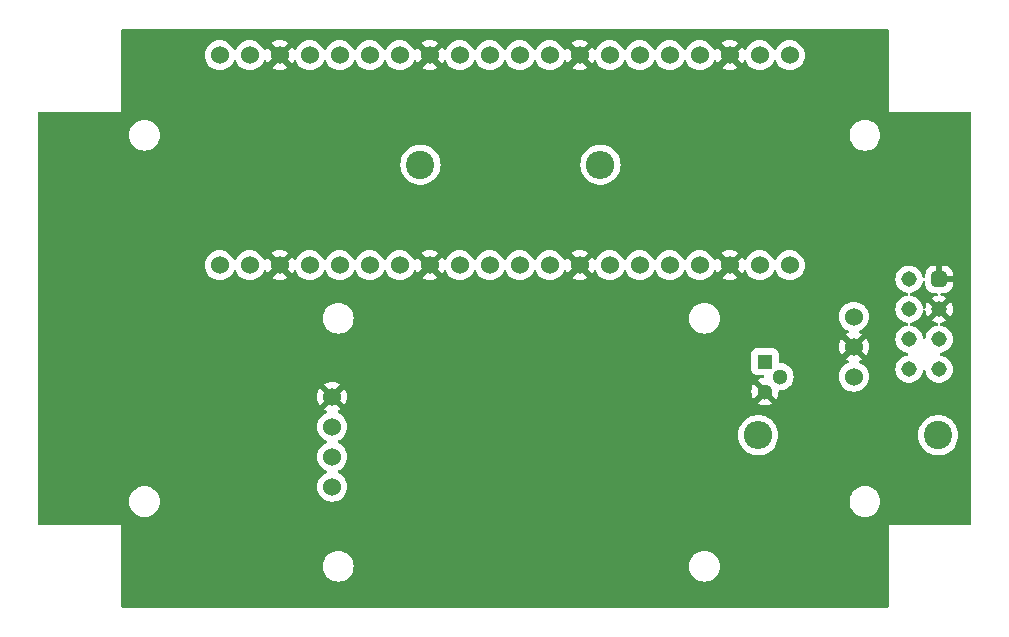
<source format=gbr>
%TF.GenerationSoftware,KiCad,Pcbnew,7.0.5*%
%TF.CreationDate,2024-02-27T08:06:29+01:00*%
%TF.ProjectId,Zeitmessung,5a656974-6d65-4737-9375-6e672e6b6963,rev?*%
%TF.SameCoordinates,Original*%
%TF.FileFunction,Copper,L4,Bot*%
%TF.FilePolarity,Positive*%
%FSLAX46Y46*%
G04 Gerber Fmt 4.6, Leading zero omitted, Abs format (unit mm)*
G04 Created by KiCad (PCBNEW 7.0.5) date 2024-02-27 08:06:29*
%MOMM*%
%LPD*%
G01*
G04 APERTURE LIST*
G04 Aperture macros list*
%AMRoundRect*
0 Rectangle with rounded corners*
0 $1 Rounding radius*
0 $2 $3 $4 $5 $6 $7 $8 $9 X,Y pos of 4 corners*
0 Add a 4 corners polygon primitive as box body*
4,1,4,$2,$3,$4,$5,$6,$7,$8,$9,$2,$3,0*
0 Add four circle primitives for the rounded corners*
1,1,$1+$1,$2,$3*
1,1,$1+$1,$4,$5*
1,1,$1+$1,$6,$7*
1,1,$1+$1,$8,$9*
0 Add four rect primitives between the rounded corners*
20,1,$1+$1,$2,$3,$4,$5,0*
20,1,$1+$1,$4,$5,$6,$7,0*
20,1,$1+$1,$6,$7,$8,$9,0*
20,1,$1+$1,$8,$9,$2,$3,0*%
G04 Aperture macros list end*
%TA.AperFunction,ComponentPad*%
%ADD10C,1.524000*%
%TD*%
%TA.AperFunction,ComponentPad*%
%ADD11C,2.400000*%
%TD*%
%TA.AperFunction,ComponentPad*%
%ADD12O,2.400000X2.400000*%
%TD*%
%TA.AperFunction,ComponentPad*%
%ADD13R,1.300000X1.300000*%
%TD*%
%TA.AperFunction,ComponentPad*%
%ADD14C,1.300000*%
%TD*%
%TA.AperFunction,ComponentPad*%
%ADD15RoundRect,0.250000X-0.405000X0.405000X-0.405000X-0.405000X0.405000X-0.405000X0.405000X0.405000X0*%
%TD*%
%TA.AperFunction,ComponentPad*%
%ADD16C,1.310000*%
%TD*%
G04 APERTURE END LIST*
D10*
%TO.P,U2,1,VCC*%
%TO.N,+5V*%
X110890000Y-72760000D03*
%TO.P,U2,2,Rx*%
%TO.N,Net-(U1-GP2)*%
X110890000Y-70220000D03*
%TO.P,U2,3,Tx*%
%TO.N,Net-(U1-GP3)*%
X110890000Y-67680000D03*
%TO.P,U2,4,GND*%
%TO.N,GND*%
X110890000Y-65140000D03*
%TD*%
D11*
%TO.P,R1,1*%
%TO.N,Net-(U1-3V3(OUT))*%
X118360000Y-45500000D03*
D12*
%TO.P,R1,2*%
%TO.N,Net-(Q1-C)*%
X133600000Y-45500000D03*
%TD*%
D13*
%TO.P,Q1,1,C*%
%TO.N,Net-(Q1-C)*%
X147530000Y-62160000D03*
D14*
%TO.P,Q1,2,B*%
%TO.N,Net-(Q1-B)*%
X148800000Y-63430000D03*
%TO.P,Q1,3,E*%
%TO.N,GND*%
X147530000Y-64700000D03*
%TD*%
D15*
%TO.P,J1,1,Pin_1*%
%TO.N,GND*%
X162270000Y-55190000D03*
D16*
%TO.P,J1,2,Pin_2*%
%TO.N,+24V*%
X159730000Y-55190000D03*
%TO.P,J1,3,Pin_3*%
%TO.N,GND*%
X162270000Y-57730000D03*
%TO.P,J1,4,Pin_4*%
%TO.N,+24V*%
X159730000Y-57730000D03*
%TO.P,J1,5,Pin_5*%
%TO.N,unconnected-(J1-Pin_5-Pad5)*%
X162270000Y-60270000D03*
%TO.P,J1,6,Pin_6*%
%TO.N,Net-(J1-Pin_6)*%
X159730000Y-60270000D03*
%TO.P,J1,7,Pin_7*%
%TO.N,unconnected-(J1-Pin_7-Pad7)*%
X162270000Y-62810000D03*
%TO.P,J1,8,Pin_8*%
%TO.N,unconnected-(J1-Pin_8-Pad8)*%
X159730000Y-62810000D03*
%TD*%
D10*
%TO.P,U3,1,IN*%
%TO.N,+24V*%
X155060000Y-58360000D03*
%TO.P,U3,2,GND*%
%TO.N,GND*%
X155060000Y-60900000D03*
%TO.P,U3,3,OUT*%
%TO.N,+5V*%
X155060000Y-63440000D03*
%TD*%
%TO.P,U1,1,GP2*%
%TO.N,Net-(U1-GP2)*%
X101380000Y-54000000D03*
%TO.P,U1,2,GP3*%
%TO.N,Net-(U1-GP3)*%
X103920000Y-54000000D03*
%TO.P,U1,3,GND*%
%TO.N,GND*%
X106460000Y-54000000D03*
%TO.P,U1,4,GP4*%
%TO.N,unconnected-(U1-GP4-Pad4)*%
X109000000Y-54000000D03*
%TO.P,U1,5,GP5*%
%TO.N,unconnected-(U1-GP5-Pad5)*%
X111540000Y-54000000D03*
%TO.P,U1,6,GP43*%
%TO.N,unconnected-(U1-GP43-Pad6)*%
X114080000Y-54000000D03*
%TO.P,U1,7,GP44*%
%TO.N,unconnected-(U1-GP44-Pad7)*%
X116620000Y-54000000D03*
%TO.P,U1,8,GND*%
%TO.N,GND*%
X119160000Y-54000000D03*
%TO.P,U1,9,GP14*%
%TO.N,unconnected-(U1-GP14-Pad9)*%
X121700000Y-54000000D03*
%TO.P,U1,10,GP15*%
%TO.N,unconnected-(U1-GP15-Pad10)*%
X124240000Y-54000000D03*
%TO.P,U1,11,GP16*%
%TO.N,unconnected-(U1-GP16-Pad11)*%
X126780000Y-54000000D03*
%TO.P,U1,12,GP17*%
%TO.N,unconnected-(U1-GP17-Pad12)*%
X129320000Y-54000000D03*
%TO.P,U1,13,GND*%
%TO.N,GND*%
X131860000Y-54000000D03*
%TO.P,U1,14,GP10*%
%TO.N,unconnected-(U1-GP10-Pad14)*%
X134400000Y-54000000D03*
%TO.P,U1,15,GP11*%
%TO.N,Net-(Q1-C)*%
X136940000Y-54000000D03*
%TO.P,U1,16,GP12*%
%TO.N,unconnected-(U1-GP12-Pad16)*%
X139480000Y-54000000D03*
%TO.P,U1,17,GP13*%
%TO.N,unconnected-(U1-GP13-Pad17)*%
X142020000Y-54000000D03*
%TO.P,U1,18,GND*%
%TO.N,GND*%
X144560000Y-54000000D03*
%TO.P,U1,19,GP34*%
%TO.N,unconnected-(U1-GP34-Pad19)*%
X147100000Y-54000000D03*
%TO.P,U1,20,GP35*%
%TO.N,unconnected-(U1-GP35-Pad20)*%
X149640000Y-54000000D03*
%TO.P,U1,21,GP36*%
%TO.N,unconnected-(U1-GP36-Pad21)*%
X149640000Y-36220000D03*
%TO.P,U1,22,GP37*%
%TO.N,unconnected-(U1-GP37-Pad22)*%
X147100000Y-36220000D03*
%TO.P,U1,23,GND*%
%TO.N,GND*%
X144560000Y-36220000D03*
%TO.P,U1,24,GP38*%
%TO.N,unconnected-(U1-GP38-Pad24)*%
X142020000Y-36220000D03*
%TO.P,U1,25,GP39*%
%TO.N,unconnected-(U1-GP39-Pad25)*%
X139480000Y-36220000D03*
%TO.P,U1,26,GP40*%
%TO.N,unconnected-(U1-GP40-Pad26)*%
X136940000Y-36220000D03*
%TO.P,U1,27,GP41*%
%TO.N,unconnected-(U1-GP41-Pad27)*%
X134400000Y-36220000D03*
%TO.P,U1,28,GND*%
%TO.N,GND*%
X131860000Y-36220000D03*
%TO.P,U1,29,GP42*%
%TO.N,unconnected-(U1-GP42-Pad29)*%
X129320000Y-36220000D03*
%TO.P,U1,30,RUN*%
%TO.N,unconnected-(U1-RUN-Pad30)*%
X126780000Y-36220000D03*
%TO.P,U1,31,GP6*%
%TO.N,unconnected-(U1-GP6-Pad31)*%
X124240000Y-36220000D03*
%TO.P,U1,32,GP7*%
%TO.N,unconnected-(U1-GP7-Pad32)*%
X121700000Y-36220000D03*
%TO.P,U1,33,GND*%
%TO.N,GND*%
X119160000Y-36220000D03*
%TO.P,U1,34,GP8*%
%TO.N,unconnected-(U1-GP8-Pad34)*%
X116620000Y-36220000D03*
%TO.P,U1,35*%
%TO.N,unconnected-(U1-Pad35)*%
X114080000Y-36220000D03*
%TO.P,U1,36,3V3(OUT)*%
%TO.N,Net-(U1-3V3(OUT))*%
X111540000Y-36220000D03*
%TO.P,U1,37,3V3_EN*%
%TO.N,unconnected-(U1-3V3_EN-Pad37)*%
X109000000Y-36220000D03*
%TO.P,U1,38,GND*%
%TO.N,GND*%
X106460000Y-36220000D03*
%TO.P,U1,39,VSYS*%
%TO.N,+5V*%
X103920000Y-36220000D03*
%TO.P,U1,40,VBUS*%
%TO.N,unconnected-(U1-VBUS-Pad40)*%
X101380000Y-36220000D03*
%TD*%
D11*
%TO.P,R2,1*%
%TO.N,Net-(J1-Pin_6)*%
X162200000Y-68400000D03*
D12*
%TO.P,R2,2*%
%TO.N,Net-(Q1-B)*%
X146960000Y-68400000D03*
%TD*%
%TA.AperFunction,Conductor*%
%TO.N,GND*%
G36*
X161911320Y-57759721D02*
G01*
X161940405Y-57874574D01*
X162005206Y-57973760D01*
X162098702Y-58046531D01*
X162210761Y-58085000D01*
X162268553Y-58085000D01*
X161649359Y-58704191D01*
X161752966Y-58768342D01*
X161752967Y-58768343D01*
X161952566Y-58845667D01*
X162124762Y-58877856D01*
X162187043Y-58909524D01*
X162222316Y-58969836D01*
X162219383Y-59039644D01*
X162179174Y-59096785D01*
X162124762Y-59121634D01*
X162054082Y-59134846D01*
X161952428Y-59153849D01*
X161904457Y-59172433D01*
X161752745Y-59231206D01*
X161752739Y-59231209D01*
X161570674Y-59343939D01*
X161570672Y-59343941D01*
X161412422Y-59488204D01*
X161412419Y-59488207D01*
X161283366Y-59659101D01*
X161187917Y-59850786D01*
X161187911Y-59850801D01*
X161129309Y-60056766D01*
X161129308Y-60056768D01*
X161123471Y-60119769D01*
X161097685Y-60184707D01*
X161040884Y-60225394D01*
X160971103Y-60228914D01*
X160910497Y-60194149D01*
X160878307Y-60132136D01*
X160876529Y-60119769D01*
X160870691Y-60056768D01*
X160870690Y-60056766D01*
X160812088Y-59850801D01*
X160812087Y-59850797D01*
X160810822Y-59848257D01*
X160735249Y-59696486D01*
X160716634Y-59659102D01*
X160587583Y-59488210D01*
X160587580Y-59488207D01*
X160587577Y-59488204D01*
X160429327Y-59343941D01*
X160429325Y-59343939D01*
X160247260Y-59231209D01*
X160247254Y-59231206D01*
X160163607Y-59198801D01*
X160047572Y-59153849D01*
X159876596Y-59121888D01*
X159814317Y-59090221D01*
X159779044Y-59029908D01*
X159781978Y-58960100D01*
X159822187Y-58902960D01*
X159876596Y-58878111D01*
X160047572Y-58846151D01*
X160247257Y-58768792D01*
X160429327Y-58656059D01*
X160587583Y-58511790D01*
X160716634Y-58340898D01*
X160812087Y-58149203D01*
X160870691Y-57943232D01*
X160876780Y-57877521D01*
X160902564Y-57812587D01*
X160959364Y-57771898D01*
X161029145Y-57768378D01*
X161089752Y-57803142D01*
X161121943Y-57865155D01*
X161123721Y-57877522D01*
X161129801Y-57943139D01*
X161188380Y-58149019D01*
X161188385Y-58149032D01*
X161283792Y-58340634D01*
X161293265Y-58353179D01*
X161293266Y-58353179D01*
X161913542Y-57732904D01*
X161911320Y-57759721D01*
G37*
%TD.AperFunction*%
%TA.AperFunction,Conductor*%
G36*
X161041562Y-55320274D02*
G01*
X161094748Y-55365583D01*
X161114996Y-55432455D01*
X161115000Y-55433496D01*
X161115000Y-55644970D01*
X161115001Y-55644987D01*
X161125494Y-55747697D01*
X161180641Y-55914119D01*
X161180643Y-55914124D01*
X161272684Y-56063345D01*
X161396654Y-56187315D01*
X161545875Y-56279356D01*
X161545880Y-56279358D01*
X161712302Y-56334505D01*
X161712309Y-56334506D01*
X161815019Y-56344999D01*
X162055192Y-56344999D01*
X162122232Y-56364683D01*
X162167987Y-56417487D01*
X162177931Y-56486646D01*
X162148906Y-56550201D01*
X162090128Y-56587976D01*
X162077979Y-56590888D01*
X161952566Y-56614332D01*
X161752969Y-56691656D01*
X161752963Y-56691659D01*
X161649360Y-56755806D01*
X161649359Y-56755807D01*
X162268553Y-57375000D01*
X162240582Y-57375000D01*
X162153138Y-57389592D01*
X162048939Y-57445981D01*
X161968696Y-57533148D01*
X161921104Y-57641648D01*
X161913986Y-57727538D01*
X161293266Y-57106819D01*
X161293265Y-57106819D01*
X161283789Y-57119368D01*
X161188387Y-57310962D01*
X161188380Y-57310980D01*
X161129802Y-57516860D01*
X161123721Y-57582478D01*
X161097934Y-57647415D01*
X161041133Y-57688102D01*
X160971352Y-57691621D01*
X160910746Y-57656855D01*
X160878557Y-57594842D01*
X160876780Y-57582488D01*
X160870691Y-57516768D01*
X160812087Y-57310797D01*
X160793396Y-57273261D01*
X160764069Y-57214364D01*
X160716634Y-57119102D01*
X160587583Y-56948210D01*
X160587580Y-56948207D01*
X160587577Y-56948204D01*
X160429327Y-56803941D01*
X160429325Y-56803939D01*
X160247260Y-56691209D01*
X160247254Y-56691206D01*
X160163607Y-56658801D01*
X160047572Y-56613849D01*
X159876596Y-56581888D01*
X159814317Y-56550221D01*
X159779044Y-56489908D01*
X159781978Y-56420100D01*
X159822187Y-56362960D01*
X159876596Y-56338111D01*
X160047572Y-56306151D01*
X160247257Y-56228792D01*
X160429327Y-56116059D01*
X160587583Y-55971790D01*
X160716634Y-55800898D01*
X160812087Y-55609203D01*
X160870691Y-55403232D01*
X160870691Y-55403227D01*
X160871734Y-55399563D01*
X160909013Y-55340470D01*
X160972322Y-55310912D01*
X161041562Y-55320274D01*
G37*
%TD.AperFunction*%
%TA.AperFunction,Conductor*%
G36*
X157943039Y-34019685D02*
G01*
X157988794Y-34072489D01*
X158000000Y-34123999D01*
X158000000Y-41000000D01*
X164876000Y-41000000D01*
X164943039Y-41019685D01*
X164988794Y-41072489D01*
X165000000Y-41124000D01*
X165000000Y-75876000D01*
X164980315Y-75943039D01*
X164927511Y-75988794D01*
X164876000Y-76000000D01*
X158000000Y-76000000D01*
X158000000Y-82876000D01*
X157980315Y-82943039D01*
X157927511Y-82988794D01*
X157876000Y-83000000D01*
X93124000Y-83000000D01*
X93056961Y-82980315D01*
X93011206Y-82927511D01*
X93000000Y-82876000D01*
X93000000Y-79500001D01*
X110094532Y-79500001D01*
X110114364Y-79726686D01*
X110114366Y-79726697D01*
X110173258Y-79946488D01*
X110173261Y-79946497D01*
X110269431Y-80152732D01*
X110269432Y-80152734D01*
X110399954Y-80339141D01*
X110560858Y-80500045D01*
X110560861Y-80500047D01*
X110747266Y-80630568D01*
X110953504Y-80726739D01*
X111173308Y-80785635D01*
X111343214Y-80800499D01*
X111343215Y-80800500D01*
X111343216Y-80800500D01*
X111456785Y-80800500D01*
X111456785Y-80800499D01*
X111626692Y-80785635D01*
X111846496Y-80726739D01*
X112052734Y-80630568D01*
X112239139Y-80500047D01*
X112400047Y-80339139D01*
X112530568Y-80152734D01*
X112626739Y-79946496D01*
X112685635Y-79726692D01*
X112705468Y-79500001D01*
X141094532Y-79500001D01*
X141114364Y-79726686D01*
X141114366Y-79726697D01*
X141173258Y-79946488D01*
X141173261Y-79946497D01*
X141269431Y-80152732D01*
X141269432Y-80152734D01*
X141399954Y-80339141D01*
X141560858Y-80500045D01*
X141560861Y-80500047D01*
X141747266Y-80630568D01*
X141953504Y-80726739D01*
X142173308Y-80785635D01*
X142343214Y-80800499D01*
X142343215Y-80800500D01*
X142343216Y-80800500D01*
X142456785Y-80800500D01*
X142456785Y-80800499D01*
X142626692Y-80785635D01*
X142846496Y-80726739D01*
X143052734Y-80630568D01*
X143239139Y-80500047D01*
X143400047Y-80339139D01*
X143530568Y-80152734D01*
X143626739Y-79946496D01*
X143685635Y-79726692D01*
X143705468Y-79500000D01*
X143685635Y-79273308D01*
X143626739Y-79053504D01*
X143530568Y-78847266D01*
X143400047Y-78660861D01*
X143400045Y-78660858D01*
X143239141Y-78499954D01*
X143052734Y-78369432D01*
X143052732Y-78369431D01*
X142846497Y-78273261D01*
X142846488Y-78273258D01*
X142626697Y-78214366D01*
X142626687Y-78214364D01*
X142456785Y-78199500D01*
X142456784Y-78199500D01*
X142343216Y-78199500D01*
X142343215Y-78199500D01*
X142173312Y-78214364D01*
X142173302Y-78214366D01*
X141953511Y-78273258D01*
X141953502Y-78273261D01*
X141747267Y-78369431D01*
X141747265Y-78369432D01*
X141560858Y-78499954D01*
X141399954Y-78660858D01*
X141269432Y-78847265D01*
X141269431Y-78847267D01*
X141173261Y-79053502D01*
X141173258Y-79053511D01*
X141114366Y-79273302D01*
X141114364Y-79273313D01*
X141094532Y-79499998D01*
X141094532Y-79500001D01*
X112705468Y-79500001D01*
X112705468Y-79500000D01*
X112685635Y-79273308D01*
X112626739Y-79053504D01*
X112530568Y-78847266D01*
X112400047Y-78660861D01*
X112400045Y-78660858D01*
X112239141Y-78499954D01*
X112052734Y-78369432D01*
X112052732Y-78369431D01*
X111846497Y-78273261D01*
X111846488Y-78273258D01*
X111626697Y-78214366D01*
X111626687Y-78214364D01*
X111456785Y-78199500D01*
X111456784Y-78199500D01*
X111343216Y-78199500D01*
X111343215Y-78199500D01*
X111173312Y-78214364D01*
X111173302Y-78214366D01*
X110953511Y-78273258D01*
X110953502Y-78273261D01*
X110747267Y-78369431D01*
X110747265Y-78369432D01*
X110560858Y-78499954D01*
X110399954Y-78660858D01*
X110269432Y-78847265D01*
X110269431Y-78847267D01*
X110173261Y-79053502D01*
X110173258Y-79053511D01*
X110114366Y-79273302D01*
X110114364Y-79273313D01*
X110094532Y-79499998D01*
X110094532Y-79500001D01*
X93000000Y-79500001D01*
X93000000Y-76000000D01*
X86124000Y-76000000D01*
X86056961Y-75980315D01*
X86011206Y-75927511D01*
X86000000Y-75876000D01*
X86000000Y-74000001D01*
X93694532Y-74000001D01*
X93714364Y-74226686D01*
X93714366Y-74226697D01*
X93773258Y-74446488D01*
X93773261Y-74446497D01*
X93869431Y-74652732D01*
X93869432Y-74652734D01*
X93999954Y-74839141D01*
X94160858Y-75000045D01*
X94160861Y-75000047D01*
X94347266Y-75130568D01*
X94553504Y-75226739D01*
X94773308Y-75285635D01*
X94943214Y-75300499D01*
X94943215Y-75300500D01*
X94943216Y-75300500D01*
X95056785Y-75300500D01*
X95056785Y-75300499D01*
X95226692Y-75285635D01*
X95446496Y-75226739D01*
X95652734Y-75130568D01*
X95839139Y-75000047D01*
X96000047Y-74839139D01*
X96130568Y-74652734D01*
X96226739Y-74446496D01*
X96285635Y-74226692D01*
X96305468Y-74000000D01*
X96285635Y-73773308D01*
X96226739Y-73553504D01*
X96130568Y-73347266D01*
X96000047Y-73160861D01*
X96000045Y-73160858D01*
X95839141Y-72999954D01*
X95652734Y-72869432D01*
X95652732Y-72869431D01*
X95446497Y-72773261D01*
X95446488Y-72773258D01*
X95397015Y-72760002D01*
X109622677Y-72760002D01*
X109641929Y-72980062D01*
X109641930Y-72980070D01*
X109699104Y-73193445D01*
X109699105Y-73193447D01*
X109699106Y-73193450D01*
X109770831Y-73347265D01*
X109792466Y-73393662D01*
X109792468Y-73393666D01*
X109919170Y-73574615D01*
X109919175Y-73574621D01*
X110075378Y-73730824D01*
X110075384Y-73730829D01*
X110256333Y-73857531D01*
X110256335Y-73857532D01*
X110256338Y-73857534D01*
X110456550Y-73950894D01*
X110669932Y-74008070D01*
X110827123Y-74021822D01*
X110889998Y-74027323D01*
X110890000Y-74027323D01*
X110890002Y-74027323D01*
X110945016Y-74022509D01*
X111110068Y-74008070D01*
X111140182Y-74000001D01*
X154694532Y-74000001D01*
X154714364Y-74226686D01*
X154714366Y-74226697D01*
X154773258Y-74446488D01*
X154773261Y-74446497D01*
X154869431Y-74652732D01*
X154869432Y-74652734D01*
X154999954Y-74839141D01*
X155160858Y-75000045D01*
X155160861Y-75000047D01*
X155347266Y-75130568D01*
X155553504Y-75226739D01*
X155773308Y-75285635D01*
X155943214Y-75300499D01*
X155943215Y-75300500D01*
X155943216Y-75300500D01*
X156056785Y-75300500D01*
X156056785Y-75300499D01*
X156226692Y-75285635D01*
X156446496Y-75226739D01*
X156652734Y-75130568D01*
X156839139Y-75000047D01*
X157000047Y-74839139D01*
X157130568Y-74652734D01*
X157226739Y-74446496D01*
X157285635Y-74226692D01*
X157305468Y-74000000D01*
X157285635Y-73773308D01*
X157226739Y-73553504D01*
X157130568Y-73347266D01*
X157000047Y-73160861D01*
X157000045Y-73160858D01*
X156839141Y-72999954D01*
X156652734Y-72869432D01*
X156652732Y-72869431D01*
X156446497Y-72773261D01*
X156446488Y-72773258D01*
X156226697Y-72714366D01*
X156226687Y-72714364D01*
X156056785Y-72699500D01*
X156056784Y-72699500D01*
X155943216Y-72699500D01*
X155943215Y-72699500D01*
X155773312Y-72714364D01*
X155773302Y-72714366D01*
X155553511Y-72773258D01*
X155553502Y-72773261D01*
X155347267Y-72869431D01*
X155347265Y-72869432D01*
X155160858Y-72999954D01*
X154999954Y-73160858D01*
X154869432Y-73347265D01*
X154869431Y-73347267D01*
X154773261Y-73553502D01*
X154773258Y-73553511D01*
X154714366Y-73773302D01*
X154714364Y-73773313D01*
X154694532Y-73999998D01*
X154694532Y-74000001D01*
X111140182Y-74000001D01*
X111323450Y-73950894D01*
X111523662Y-73857534D01*
X111704620Y-73730826D01*
X111860826Y-73574620D01*
X111987534Y-73393662D01*
X112080894Y-73193450D01*
X112138070Y-72980068D01*
X112157323Y-72760000D01*
X112153330Y-72714364D01*
X112138070Y-72539937D01*
X112138070Y-72539932D01*
X112080894Y-72326550D01*
X111987534Y-72126339D01*
X111860826Y-71945380D01*
X111704620Y-71789174D01*
X111704616Y-71789171D01*
X111704615Y-71789170D01*
X111523666Y-71662468D01*
X111523658Y-71662464D01*
X111394811Y-71602382D01*
X111342371Y-71556210D01*
X111323219Y-71489017D01*
X111343435Y-71422135D01*
X111394811Y-71377618D01*
X111400802Y-71374824D01*
X111523662Y-71317534D01*
X111704620Y-71190826D01*
X111860826Y-71034620D01*
X111987534Y-70853662D01*
X112080894Y-70653450D01*
X112138070Y-70440068D01*
X112157323Y-70220000D01*
X112138070Y-69999932D01*
X112080894Y-69786550D01*
X111987534Y-69586339D01*
X111860826Y-69405380D01*
X111704620Y-69249174D01*
X111704616Y-69249171D01*
X111704615Y-69249170D01*
X111523666Y-69122468D01*
X111523658Y-69122464D01*
X111394811Y-69062382D01*
X111342371Y-69016210D01*
X111323219Y-68949017D01*
X111343435Y-68882135D01*
X111394811Y-68837618D01*
X111400802Y-68834824D01*
X111523662Y-68777534D01*
X111704620Y-68650826D01*
X111860826Y-68494620D01*
X111927077Y-68400004D01*
X145254732Y-68400004D01*
X145273777Y-68654154D01*
X145325812Y-68882135D01*
X145330492Y-68902637D01*
X145423607Y-69139888D01*
X145551041Y-69360612D01*
X145709950Y-69559877D01*
X145896783Y-69733232D01*
X146107366Y-69876805D01*
X146107371Y-69876807D01*
X146107372Y-69876808D01*
X146107373Y-69876809D01*
X146229328Y-69935538D01*
X146336992Y-69987387D01*
X146336993Y-69987387D01*
X146336996Y-69987389D01*
X146580542Y-70062513D01*
X146832565Y-70100500D01*
X147087435Y-70100500D01*
X147339458Y-70062513D01*
X147583004Y-69987389D01*
X147812634Y-69876805D01*
X148023217Y-69733232D01*
X148210050Y-69559877D01*
X148368959Y-69360612D01*
X148496393Y-69139888D01*
X148589508Y-68902637D01*
X148646222Y-68654157D01*
X148665268Y-68400004D01*
X160494732Y-68400004D01*
X160513777Y-68654154D01*
X160565812Y-68882135D01*
X160570492Y-68902637D01*
X160663607Y-69139888D01*
X160791041Y-69360612D01*
X160949950Y-69559877D01*
X161136783Y-69733232D01*
X161347366Y-69876805D01*
X161347371Y-69876807D01*
X161347372Y-69876808D01*
X161347373Y-69876809D01*
X161469328Y-69935538D01*
X161576992Y-69987387D01*
X161576993Y-69987387D01*
X161576996Y-69987389D01*
X161820542Y-70062513D01*
X162072565Y-70100500D01*
X162327435Y-70100500D01*
X162579458Y-70062513D01*
X162823004Y-69987389D01*
X163052634Y-69876805D01*
X163263217Y-69733232D01*
X163450050Y-69559877D01*
X163608959Y-69360612D01*
X163736393Y-69139888D01*
X163829508Y-68902637D01*
X163886222Y-68654157D01*
X163905268Y-68400000D01*
X163898798Y-68313666D01*
X163886222Y-68145845D01*
X163878828Y-68113451D01*
X163829508Y-67897363D01*
X163736393Y-67660112D01*
X163608959Y-67439388D01*
X163450050Y-67240123D01*
X163263217Y-67066768D01*
X163052634Y-66923195D01*
X163052630Y-66923193D01*
X163052627Y-66923191D01*
X163052626Y-66923190D01*
X162823006Y-66812612D01*
X162823008Y-66812612D01*
X162579466Y-66737489D01*
X162579462Y-66737488D01*
X162579458Y-66737487D01*
X162458231Y-66719214D01*
X162327440Y-66699500D01*
X162327435Y-66699500D01*
X162072565Y-66699500D01*
X162072559Y-66699500D01*
X161915609Y-66723157D01*
X161820542Y-66737487D01*
X161820538Y-66737488D01*
X161820539Y-66737488D01*
X161820533Y-66737489D01*
X161576992Y-66812612D01*
X161347373Y-66923190D01*
X161347372Y-66923191D01*
X161136782Y-67066768D01*
X160949952Y-67240121D01*
X160949950Y-67240123D01*
X160791041Y-67439388D01*
X160663608Y-67660109D01*
X160570492Y-67897362D01*
X160570490Y-67897369D01*
X160513777Y-68145845D01*
X160494732Y-68399995D01*
X160494732Y-68400004D01*
X148665268Y-68400004D01*
X148665268Y-68400000D01*
X148658798Y-68313666D01*
X148646222Y-68145845D01*
X148638828Y-68113451D01*
X148589508Y-67897363D01*
X148496393Y-67660112D01*
X148368959Y-67439388D01*
X148210050Y-67240123D01*
X148023217Y-67066768D01*
X147812634Y-66923195D01*
X147812630Y-66923193D01*
X147812627Y-66923191D01*
X147812626Y-66923190D01*
X147583006Y-66812612D01*
X147583008Y-66812612D01*
X147339466Y-66737489D01*
X147339462Y-66737488D01*
X147339458Y-66737487D01*
X147218231Y-66719214D01*
X147087440Y-66699500D01*
X147087435Y-66699500D01*
X146832565Y-66699500D01*
X146832559Y-66699500D01*
X146675609Y-66723157D01*
X146580542Y-66737487D01*
X146580538Y-66737488D01*
X146580539Y-66737488D01*
X146580533Y-66737489D01*
X146336992Y-66812612D01*
X146107373Y-66923190D01*
X146107372Y-66923191D01*
X145896782Y-67066768D01*
X145709952Y-67240121D01*
X145709950Y-67240123D01*
X145551041Y-67439388D01*
X145423608Y-67660109D01*
X145330492Y-67897362D01*
X145330490Y-67897369D01*
X145273777Y-68145845D01*
X145254732Y-68399995D01*
X145254732Y-68400004D01*
X111927077Y-68400004D01*
X111987534Y-68313662D01*
X112080894Y-68113450D01*
X112138070Y-67900068D01*
X112157323Y-67680000D01*
X112138070Y-67459932D01*
X112080894Y-67246550D01*
X111987534Y-67046339D01*
X111901308Y-66923195D01*
X111860827Y-66865381D01*
X111808057Y-66812611D01*
X111704620Y-66709174D01*
X111704616Y-66709171D01*
X111704615Y-66709170D01*
X111523666Y-66582468D01*
X111523658Y-66582464D01*
X111394219Y-66522106D01*
X111341779Y-66475934D01*
X111322627Y-66408741D01*
X111342843Y-66341859D01*
X111394219Y-66297342D01*
X111523408Y-66237100D01*
X111523420Y-66237093D01*
X111588186Y-66191742D01*
X111588187Y-66191740D01*
X110917448Y-65521000D01*
X110921569Y-65521000D01*
X111015421Y-65505339D01*
X111127251Y-65444820D01*
X111213371Y-65351269D01*
X111264448Y-65234823D01*
X111270105Y-65166552D01*
X111941740Y-65838187D01*
X111941742Y-65838186D01*
X111987093Y-65773420D01*
X111987100Y-65773408D01*
X112080419Y-65573284D01*
X112080424Y-65573270D01*
X112137573Y-65359986D01*
X112137575Y-65359976D01*
X112156821Y-65140000D01*
X112156821Y-65139999D01*
X112137575Y-64920023D01*
X112137573Y-64920013D01*
X112080424Y-64706729D01*
X112080420Y-64706720D01*
X112077286Y-64700000D01*
X146375073Y-64700000D01*
X146394737Y-64912216D01*
X146394738Y-64912219D01*
X146453058Y-65117196D01*
X146453066Y-65117216D01*
X146548060Y-65307990D01*
X146556834Y-65319609D01*
X146556835Y-65319609D01*
X147151661Y-64724784D01*
X147151114Y-64731395D01*
X147181837Y-64852719D01*
X147250289Y-64957492D01*
X147349052Y-65034363D01*
X147467424Y-65075000D01*
X147508553Y-65075000D01*
X146912991Y-65670560D01*
X146912992Y-65670561D01*
X147015201Y-65733845D01*
X147015210Y-65733850D01*
X147213936Y-65810836D01*
X147213941Y-65810837D01*
X147423439Y-65850000D01*
X147636561Y-65850000D01*
X147846058Y-65810837D01*
X147846063Y-65810836D01*
X148044789Y-65733850D01*
X148044793Y-65733848D01*
X148147007Y-65670560D01*
X147551448Y-65075000D01*
X147561073Y-65075000D01*
X147653446Y-65059586D01*
X147763514Y-65000019D01*
X147848278Y-64907941D01*
X147898551Y-64793330D01*
X147904545Y-64720992D01*
X148503163Y-65319610D01*
X148511935Y-65307996D01*
X148511938Y-65307991D01*
X148606935Y-65117211D01*
X148606941Y-65117196D01*
X148665261Y-64912219D01*
X148665262Y-64912216D01*
X148685456Y-64694292D01*
X148687859Y-64694514D01*
X148704612Y-64637461D01*
X148757416Y-64591706D01*
X148808927Y-64580500D01*
X148906608Y-64580500D01*
X148906610Y-64580500D01*
X149116198Y-64541321D01*
X149315019Y-64464298D01*
X149496302Y-64352052D01*
X149653872Y-64208407D01*
X149782366Y-64038255D01*
X149782367Y-64038253D01*
X149877403Y-63847394D01*
X149877403Y-63847393D01*
X149877405Y-63847389D01*
X149935756Y-63642310D01*
X149954502Y-63440002D01*
X153792677Y-63440002D01*
X153811929Y-63660062D01*
X153811930Y-63660070D01*
X153869104Y-63873445D01*
X153869105Y-63873447D01*
X153869106Y-63873450D01*
X153945955Y-64038253D01*
X153962466Y-64073662D01*
X153962468Y-64073666D01*
X154089170Y-64254615D01*
X154089175Y-64254621D01*
X154245378Y-64410824D01*
X154245384Y-64410829D01*
X154426333Y-64537531D01*
X154426335Y-64537532D01*
X154426338Y-64537534D01*
X154626550Y-64630894D01*
X154839932Y-64688070D01*
X154976296Y-64700000D01*
X155059998Y-64707323D01*
X155060000Y-64707323D01*
X155060002Y-64707323D01*
X155115016Y-64702509D01*
X155280068Y-64688070D01*
X155493450Y-64630894D01*
X155693662Y-64537534D01*
X155874620Y-64410826D01*
X156030826Y-64254620D01*
X156157534Y-64073662D01*
X156250894Y-63873450D01*
X156308070Y-63660068D01*
X156322509Y-63495017D01*
X156327323Y-63440002D01*
X156327323Y-63439997D01*
X156315433Y-63304091D01*
X156308070Y-63219932D01*
X156250894Y-63006550D01*
X156159241Y-62810000D01*
X158569550Y-62810000D01*
X158589308Y-63023231D01*
X158589309Y-63023233D01*
X158647911Y-63229198D01*
X158647917Y-63229213D01*
X158743366Y-63420898D01*
X158870432Y-63589162D01*
X158872419Y-63591792D01*
X158872422Y-63591795D01*
X159030672Y-63736058D01*
X159030674Y-63736060D01*
X159212739Y-63848790D01*
X159212745Y-63848793D01*
X159235228Y-63857502D01*
X159412428Y-63926151D01*
X159622927Y-63965500D01*
X159622929Y-63965500D01*
X159837071Y-63965500D01*
X159837073Y-63965500D01*
X160047572Y-63926151D01*
X160247257Y-63848792D01*
X160429327Y-63736059D01*
X160587583Y-63591790D01*
X160716634Y-63420898D01*
X160812087Y-63229203D01*
X160870691Y-63023232D01*
X160876529Y-62960229D01*
X160902315Y-62895293D01*
X160959116Y-62854605D01*
X161028897Y-62851085D01*
X161089503Y-62885850D01*
X161121693Y-62947863D01*
X161123471Y-62960230D01*
X161129308Y-63023231D01*
X161129309Y-63023233D01*
X161187911Y-63229198D01*
X161187917Y-63229213D01*
X161283365Y-63420897D01*
X161283366Y-63420898D01*
X161410432Y-63589162D01*
X161412419Y-63591792D01*
X161412422Y-63591795D01*
X161570672Y-63736058D01*
X161570674Y-63736060D01*
X161752739Y-63848790D01*
X161752745Y-63848793D01*
X161775228Y-63857502D01*
X161952428Y-63926151D01*
X162162927Y-63965500D01*
X162162929Y-63965500D01*
X162377071Y-63965500D01*
X162377073Y-63965500D01*
X162587572Y-63926151D01*
X162787257Y-63848792D01*
X162969327Y-63736059D01*
X163127583Y-63591790D01*
X163256634Y-63420898D01*
X163352087Y-63229203D01*
X163410691Y-63023232D01*
X163430450Y-62810000D01*
X163410691Y-62596768D01*
X163352087Y-62390797D01*
X163328020Y-62342465D01*
X163297867Y-62281909D01*
X163256634Y-62199102D01*
X163127583Y-62028210D01*
X163127580Y-62028207D01*
X163127577Y-62028204D01*
X162969327Y-61883941D01*
X162969325Y-61883939D01*
X162787260Y-61771209D01*
X162787254Y-61771206D01*
X162703607Y-61738801D01*
X162587572Y-61693849D01*
X162416596Y-61661888D01*
X162354317Y-61630221D01*
X162319044Y-61569908D01*
X162321978Y-61500100D01*
X162362187Y-61442960D01*
X162416596Y-61418111D01*
X162587572Y-61386151D01*
X162787257Y-61308792D01*
X162969327Y-61196059D01*
X163127583Y-61051790D01*
X163256634Y-60880898D01*
X163352087Y-60689203D01*
X163410691Y-60483232D01*
X163430450Y-60270000D01*
X163410691Y-60056768D01*
X163352087Y-59850797D01*
X163350822Y-59848257D01*
X163275249Y-59696486D01*
X163256634Y-59659102D01*
X163127583Y-59488210D01*
X163127580Y-59488207D01*
X163127577Y-59488204D01*
X162969327Y-59343941D01*
X162969325Y-59343939D01*
X162787260Y-59231209D01*
X162787254Y-59231206D01*
X162703607Y-59198801D01*
X162587572Y-59153849D01*
X162415237Y-59121634D01*
X162352956Y-59089966D01*
X162317683Y-59029653D01*
X162320617Y-58959845D01*
X162360826Y-58902705D01*
X162415238Y-58877856D01*
X162587431Y-58845668D01*
X162587433Y-58845667D01*
X162787041Y-58768338D01*
X162787042Y-58768338D01*
X162890638Y-58704193D01*
X162890639Y-58704191D01*
X162271448Y-58085000D01*
X162299418Y-58085000D01*
X162386862Y-58070408D01*
X162491061Y-58014019D01*
X162571304Y-57926852D01*
X162618896Y-57818352D01*
X162626013Y-57732461D01*
X163246732Y-58353180D01*
X163256207Y-58340634D01*
X163256208Y-58340631D01*
X163351614Y-58149032D01*
X163351619Y-58149019D01*
X163410198Y-57943139D01*
X163429948Y-57730000D01*
X163429948Y-57729999D01*
X163410198Y-57516860D01*
X163351619Y-57310980D01*
X163351614Y-57310967D01*
X163256206Y-57119362D01*
X163246733Y-57106818D01*
X163246732Y-57106818D01*
X162626458Y-57727093D01*
X162628680Y-57700279D01*
X162599595Y-57585426D01*
X162534794Y-57486240D01*
X162441298Y-57413469D01*
X162329239Y-57375000D01*
X162271448Y-57375000D01*
X162890639Y-56755807D01*
X162787030Y-56691656D01*
X162587432Y-56614332D01*
X162462018Y-56590888D01*
X162399737Y-56559220D01*
X162364464Y-56498907D01*
X162367398Y-56429099D01*
X162407607Y-56371959D01*
X162472325Y-56345628D01*
X162484803Y-56344999D01*
X162724971Y-56344999D01*
X162724987Y-56344998D01*
X162827697Y-56334505D01*
X162994119Y-56279358D01*
X162994124Y-56279356D01*
X163143345Y-56187315D01*
X163267315Y-56063345D01*
X163359356Y-55914124D01*
X163359358Y-55914119D01*
X163414505Y-55747697D01*
X163414506Y-55747690D01*
X163424999Y-55644986D01*
X163425000Y-55644973D01*
X163425000Y-55440000D01*
X162522378Y-55440000D01*
X162571304Y-55386852D01*
X162618896Y-55278352D01*
X162628680Y-55160279D01*
X162599595Y-55045426D01*
X162534794Y-54946240D01*
X162526777Y-54940000D01*
X163424999Y-54940000D01*
X163424999Y-54735028D01*
X163424998Y-54735013D01*
X163414505Y-54632302D01*
X163359358Y-54465880D01*
X163359356Y-54465875D01*
X163267315Y-54316654D01*
X163143345Y-54192684D01*
X162994124Y-54100643D01*
X162994119Y-54100641D01*
X162827697Y-54045494D01*
X162827690Y-54045493D01*
X162724986Y-54035000D01*
X162520000Y-54035000D01*
X162520000Y-54934725D01*
X162441298Y-54873469D01*
X162329239Y-54835000D01*
X162240582Y-54835000D01*
X162153138Y-54849592D01*
X162048939Y-54905981D01*
X162020000Y-54937417D01*
X162020000Y-54035000D01*
X161815029Y-54035000D01*
X161815012Y-54035001D01*
X161712302Y-54045494D01*
X161545880Y-54100641D01*
X161545875Y-54100643D01*
X161396654Y-54192684D01*
X161272684Y-54316654D01*
X161180643Y-54465875D01*
X161180641Y-54465880D01*
X161125494Y-54632302D01*
X161125493Y-54632309D01*
X161115000Y-54735013D01*
X161115000Y-54946500D01*
X161095315Y-55013539D01*
X161042511Y-55059294D01*
X160973353Y-55069238D01*
X160909797Y-55040213D01*
X160872023Y-54981435D01*
X160871734Y-54980434D01*
X160862005Y-54946240D01*
X160812087Y-54770797D01*
X160775931Y-54698187D01*
X160765560Y-54677360D01*
X160716634Y-54579102D01*
X160587583Y-54408210D01*
X160587580Y-54408207D01*
X160587577Y-54408204D01*
X160429327Y-54263941D01*
X160429325Y-54263939D01*
X160247260Y-54151209D01*
X160247254Y-54151206D01*
X160163607Y-54118801D01*
X160047572Y-54073849D01*
X159837073Y-54034500D01*
X159622927Y-54034500D01*
X159412428Y-54073849D01*
X159364457Y-54092433D01*
X159212745Y-54151206D01*
X159212739Y-54151209D01*
X159030674Y-54263939D01*
X159030672Y-54263941D01*
X158872422Y-54408204D01*
X158872419Y-54408207D01*
X158743366Y-54579101D01*
X158647917Y-54770786D01*
X158647911Y-54770801D01*
X158589309Y-54976766D01*
X158589308Y-54976768D01*
X158569550Y-55189999D01*
X158569550Y-55190000D01*
X158589308Y-55403231D01*
X158589309Y-55403233D01*
X158647911Y-55609198D01*
X158647917Y-55609213D01*
X158743366Y-55800898D01*
X158872419Y-55971792D01*
X158872422Y-55971795D01*
X159030672Y-56116058D01*
X159030674Y-56116060D01*
X159212739Y-56228790D01*
X159212745Y-56228793D01*
X159235228Y-56237502D01*
X159412428Y-56306151D01*
X159583402Y-56338111D01*
X159645682Y-56369779D01*
X159680955Y-56430092D01*
X159678021Y-56499900D01*
X159637812Y-56557040D01*
X159583402Y-56581888D01*
X159412428Y-56613849D01*
X159364457Y-56632433D01*
X159212745Y-56691206D01*
X159212739Y-56691209D01*
X159030674Y-56803939D01*
X159030672Y-56803941D01*
X158872422Y-56948204D01*
X158872419Y-56948207D01*
X158743366Y-57119101D01*
X158647917Y-57310786D01*
X158647911Y-57310801D01*
X158589309Y-57516766D01*
X158589308Y-57516768D01*
X158569550Y-57729999D01*
X158569550Y-57730000D01*
X158589308Y-57943231D01*
X158589309Y-57943233D01*
X158647911Y-58149198D01*
X158647917Y-58149213D01*
X158743233Y-58340631D01*
X158743366Y-58340898D01*
X158863514Y-58500001D01*
X158872419Y-58511792D01*
X158872422Y-58511795D01*
X159030672Y-58656058D01*
X159030674Y-58656060D01*
X159212739Y-58768790D01*
X159212745Y-58768793D01*
X159235228Y-58777502D01*
X159412428Y-58846151D01*
X159583402Y-58878111D01*
X159645682Y-58909779D01*
X159680955Y-58970092D01*
X159678021Y-59039900D01*
X159637812Y-59097040D01*
X159583402Y-59121888D01*
X159412428Y-59153849D01*
X159364457Y-59172433D01*
X159212745Y-59231206D01*
X159212739Y-59231209D01*
X159030674Y-59343939D01*
X159030672Y-59343941D01*
X158872422Y-59488204D01*
X158872419Y-59488207D01*
X158743366Y-59659101D01*
X158647917Y-59850786D01*
X158647911Y-59850801D01*
X158589309Y-60056766D01*
X158589308Y-60056768D01*
X158569550Y-60269999D01*
X158569550Y-60270000D01*
X158589308Y-60483231D01*
X158589309Y-60483233D01*
X158647911Y-60689198D01*
X158647917Y-60689213D01*
X158705661Y-60805177D01*
X158743366Y-60880898D01*
X158845320Y-61015908D01*
X158872419Y-61051792D01*
X158872422Y-61051795D01*
X159030672Y-61196058D01*
X159030674Y-61196060D01*
X159212739Y-61308790D01*
X159212745Y-61308793D01*
X159235228Y-61317502D01*
X159412428Y-61386151D01*
X159583402Y-61418111D01*
X159645682Y-61449779D01*
X159680955Y-61510092D01*
X159678021Y-61579900D01*
X159637812Y-61637040D01*
X159583402Y-61661888D01*
X159412428Y-61693849D01*
X159364457Y-61712433D01*
X159212745Y-61771206D01*
X159212739Y-61771209D01*
X159030674Y-61883939D01*
X159030672Y-61883941D01*
X158872422Y-62028204D01*
X158872419Y-62028207D01*
X158743366Y-62199101D01*
X158647917Y-62390786D01*
X158647911Y-62390801D01*
X158589309Y-62596766D01*
X158589308Y-62596768D01*
X158569550Y-62809999D01*
X158569550Y-62810000D01*
X156159241Y-62810000D01*
X156157534Y-62806339D01*
X156054905Y-62659769D01*
X156030827Y-62625381D01*
X156002212Y-62596766D01*
X155874620Y-62469174D01*
X155874616Y-62469171D01*
X155874615Y-62469170D01*
X155693666Y-62342468D01*
X155693658Y-62342464D01*
X155564219Y-62282106D01*
X155511779Y-62235934D01*
X155492627Y-62168741D01*
X155512843Y-62101859D01*
X155564219Y-62057342D01*
X155693408Y-61997100D01*
X155693420Y-61997093D01*
X155758186Y-61951742D01*
X155758187Y-61951740D01*
X155087448Y-61281000D01*
X155091569Y-61281000D01*
X155185421Y-61265339D01*
X155297251Y-61204820D01*
X155383371Y-61111269D01*
X155434448Y-60994823D01*
X155440105Y-60926550D01*
X156111741Y-61598187D01*
X156111742Y-61598186D01*
X156157093Y-61533420D01*
X156157100Y-61533408D01*
X156250419Y-61333284D01*
X156250424Y-61333270D01*
X156307573Y-61119986D01*
X156307575Y-61119976D01*
X156326821Y-60900000D01*
X156326821Y-60899999D01*
X156307575Y-60680023D01*
X156307573Y-60680013D01*
X156250424Y-60466729D01*
X156250420Y-60466720D01*
X156157098Y-60266590D01*
X156111740Y-60201811D01*
X155444903Y-60868647D01*
X155444949Y-60868102D01*
X155413734Y-60744838D01*
X155344187Y-60638388D01*
X155243843Y-60560287D01*
X155123578Y-60519000D01*
X155087447Y-60519000D01*
X155758187Y-59848258D01*
X155693409Y-59802900D01*
X155693407Y-59802899D01*
X155564219Y-59742658D01*
X155511779Y-59696486D01*
X155492627Y-59629293D01*
X155512843Y-59562411D01*
X155564219Y-59517894D01*
X155602496Y-59500045D01*
X155693662Y-59457534D01*
X155874620Y-59330826D01*
X156030826Y-59174620D01*
X156157534Y-58993662D01*
X156250894Y-58793450D01*
X156308070Y-58580068D01*
X156327323Y-58360000D01*
X156326726Y-58353180D01*
X156308881Y-58149203D01*
X156308070Y-58139932D01*
X156250894Y-57926550D01*
X156157534Y-57726339D01*
X156094179Y-57635859D01*
X156030827Y-57545381D01*
X155971686Y-57486240D01*
X155874620Y-57389174D01*
X155874616Y-57389171D01*
X155874615Y-57389170D01*
X155693666Y-57262468D01*
X155693662Y-57262466D01*
X155693662Y-57262465D01*
X155493450Y-57169106D01*
X155493447Y-57169105D01*
X155493445Y-57169104D01*
X155280070Y-57111930D01*
X155280062Y-57111929D01*
X155060002Y-57092677D01*
X155059998Y-57092677D01*
X154839937Y-57111929D01*
X154839929Y-57111930D01*
X154626554Y-57169104D01*
X154626548Y-57169107D01*
X154426340Y-57262465D01*
X154426338Y-57262466D01*
X154245377Y-57389175D01*
X154089175Y-57545377D01*
X153962466Y-57726338D01*
X153962465Y-57726340D01*
X153869107Y-57926548D01*
X153869104Y-57926554D01*
X153811930Y-58139929D01*
X153811929Y-58139937D01*
X153792677Y-58359997D01*
X153792677Y-58360002D01*
X153811929Y-58580062D01*
X153811930Y-58580070D01*
X153869104Y-58793445D01*
X153869105Y-58793447D01*
X153869106Y-58793450D01*
X153940472Y-58946496D01*
X153962466Y-58993662D01*
X153962468Y-58993666D01*
X154089170Y-59174615D01*
X154089175Y-59174621D01*
X154245378Y-59330824D01*
X154245384Y-59330829D01*
X154426333Y-59457531D01*
X154426335Y-59457532D01*
X154426338Y-59457534D01*
X154517504Y-59500045D01*
X154555781Y-59517894D01*
X154608220Y-59564066D01*
X154627372Y-59631260D01*
X154607156Y-59698141D01*
X154555781Y-59742658D01*
X154426586Y-59802903D01*
X154361812Y-59848257D01*
X154361811Y-59848258D01*
X155032554Y-60519000D01*
X155028431Y-60519000D01*
X154934579Y-60534661D01*
X154822749Y-60595180D01*
X154736629Y-60688731D01*
X154685552Y-60805177D01*
X154679894Y-60873447D01*
X154008258Y-60201811D01*
X154008257Y-60201812D01*
X153962903Y-60266586D01*
X153869579Y-60466720D01*
X153869575Y-60466729D01*
X153812426Y-60680013D01*
X153812424Y-60680023D01*
X153793179Y-60899999D01*
X153793179Y-60900000D01*
X153812424Y-61119976D01*
X153812426Y-61119986D01*
X153869575Y-61333270D01*
X153869580Y-61333284D01*
X153962899Y-61533407D01*
X153962900Y-61533409D01*
X154008258Y-61598187D01*
X154675096Y-60931349D01*
X154675051Y-60931898D01*
X154706266Y-61055162D01*
X154775813Y-61161612D01*
X154876157Y-61239713D01*
X154996422Y-61281000D01*
X155032553Y-61281000D01*
X154361811Y-61951741D01*
X154426582Y-61997094D01*
X154426588Y-61997098D01*
X154555781Y-62057342D01*
X154608220Y-62103514D01*
X154627372Y-62170708D01*
X154607156Y-62237589D01*
X154555781Y-62282106D01*
X154426340Y-62342465D01*
X154426338Y-62342466D01*
X154245377Y-62469175D01*
X154089175Y-62625377D01*
X153962466Y-62806338D01*
X153962465Y-62806340D01*
X153869107Y-63006548D01*
X153869104Y-63006554D01*
X153811930Y-63219929D01*
X153811929Y-63219937D01*
X153792677Y-63439997D01*
X153792677Y-63440002D01*
X149954502Y-63440002D01*
X149955429Y-63430000D01*
X149935756Y-63217690D01*
X149877405Y-63012611D01*
X149877403Y-63012606D01*
X149877403Y-63012605D01*
X149782367Y-62821746D01*
X149653872Y-62651593D01*
X149625118Y-62625380D01*
X149496302Y-62507948D01*
X149315019Y-62395702D01*
X149315017Y-62395701D01*
X149177597Y-62342465D01*
X149116198Y-62318679D01*
X148906610Y-62279500D01*
X148804499Y-62279500D01*
X148737460Y-62259815D01*
X148691705Y-62207011D01*
X148680499Y-62155500D01*
X148680499Y-61883939D01*
X148680499Y-61462128D01*
X148674091Y-61402517D01*
X148639134Y-61308793D01*
X148623797Y-61267671D01*
X148623793Y-61267664D01*
X148537547Y-61152455D01*
X148537544Y-61152452D01*
X148422335Y-61066206D01*
X148422328Y-61066202D01*
X148287482Y-61015908D01*
X148287483Y-61015908D01*
X148227883Y-61009501D01*
X148227881Y-61009500D01*
X148227873Y-61009500D01*
X148227864Y-61009500D01*
X146832129Y-61009500D01*
X146832123Y-61009501D01*
X146772516Y-61015908D01*
X146637671Y-61066202D01*
X146637664Y-61066206D01*
X146522455Y-61152452D01*
X146522452Y-61152455D01*
X146436206Y-61267664D01*
X146436202Y-61267671D01*
X146385908Y-61402517D01*
X146379501Y-61462116D01*
X146379501Y-61462123D01*
X146379500Y-61462135D01*
X146379500Y-62857870D01*
X146379501Y-62857876D01*
X146385908Y-62917483D01*
X146436202Y-63052328D01*
X146436206Y-63052335D01*
X146522452Y-63167544D01*
X146522455Y-63167547D01*
X146637664Y-63253793D01*
X146637671Y-63253797D01*
X146772517Y-63304091D01*
X146772516Y-63304091D01*
X146779444Y-63304835D01*
X146832127Y-63310500D01*
X147366480Y-63310499D01*
X147433518Y-63330183D01*
X147479273Y-63382987D01*
X147489217Y-63452146D01*
X147460192Y-63515702D01*
X147401414Y-63553476D01*
X147389264Y-63556388D01*
X147213941Y-63589162D01*
X147213940Y-63589162D01*
X147015208Y-63666151D01*
X147015205Y-63666152D01*
X146912992Y-63729438D01*
X147508553Y-64325000D01*
X147498927Y-64325000D01*
X147406554Y-64340414D01*
X147296486Y-64399981D01*
X147211722Y-64492059D01*
X147161449Y-64606670D01*
X147155454Y-64679008D01*
X146556835Y-64080389D01*
X146548056Y-64092015D01*
X146453066Y-64282783D01*
X146453058Y-64282803D01*
X146394738Y-64487780D01*
X146394737Y-64487783D01*
X146375073Y-64699999D01*
X146375073Y-64700000D01*
X112077286Y-64700000D01*
X111987098Y-64506590D01*
X111941740Y-64441811D01*
X111274903Y-65108648D01*
X111274949Y-65108102D01*
X111243734Y-64984838D01*
X111174187Y-64878388D01*
X111073843Y-64800287D01*
X110953578Y-64759000D01*
X110917445Y-64759000D01*
X111588187Y-64088258D01*
X111523409Y-64042900D01*
X111523407Y-64042899D01*
X111323284Y-63949580D01*
X111323270Y-63949575D01*
X111109986Y-63892426D01*
X111109976Y-63892424D01*
X110890001Y-63873179D01*
X110889999Y-63873179D01*
X110670023Y-63892424D01*
X110670013Y-63892426D01*
X110456729Y-63949575D01*
X110456720Y-63949579D01*
X110256586Y-64042903D01*
X110191812Y-64088257D01*
X110191811Y-64088258D01*
X110862552Y-64759000D01*
X110858431Y-64759000D01*
X110764579Y-64774661D01*
X110652749Y-64835180D01*
X110566629Y-64928731D01*
X110515552Y-65045177D01*
X110509894Y-65113447D01*
X109838258Y-64441811D01*
X109838257Y-64441812D01*
X109792903Y-64506586D01*
X109699579Y-64706720D01*
X109699575Y-64706729D01*
X109642426Y-64920013D01*
X109642424Y-64920023D01*
X109623179Y-65139999D01*
X109623179Y-65140000D01*
X109642424Y-65359976D01*
X109642426Y-65359986D01*
X109699575Y-65573270D01*
X109699580Y-65573284D01*
X109792899Y-65773407D01*
X109792900Y-65773409D01*
X109838258Y-65838187D01*
X110505096Y-65171349D01*
X110505051Y-65171898D01*
X110536266Y-65295162D01*
X110605813Y-65401612D01*
X110706157Y-65479713D01*
X110826422Y-65521000D01*
X110862553Y-65521000D01*
X110191811Y-66191741D01*
X110256582Y-66237094D01*
X110256588Y-66237098D01*
X110385781Y-66297342D01*
X110438220Y-66343514D01*
X110457372Y-66410708D01*
X110437156Y-66477589D01*
X110385781Y-66522106D01*
X110256340Y-66582465D01*
X110256338Y-66582466D01*
X110075377Y-66709175D01*
X109919175Y-66865377D01*
X109792466Y-67046338D01*
X109792465Y-67046340D01*
X109699107Y-67246548D01*
X109699104Y-67246554D01*
X109641930Y-67459929D01*
X109641929Y-67459937D01*
X109622677Y-67679997D01*
X109622677Y-67680002D01*
X109641929Y-67900062D01*
X109641930Y-67900070D01*
X109699104Y-68113445D01*
X109699105Y-68113447D01*
X109699106Y-68113450D01*
X109714211Y-68145843D01*
X109792466Y-68313662D01*
X109792468Y-68313666D01*
X109919170Y-68494615D01*
X109919175Y-68494621D01*
X110075378Y-68650824D01*
X110075384Y-68650829D01*
X110256333Y-68777531D01*
X110256335Y-68777532D01*
X110256338Y-68777534D01*
X110375748Y-68833215D01*
X110385189Y-68837618D01*
X110437628Y-68883790D01*
X110456780Y-68950984D01*
X110436564Y-69017865D01*
X110385189Y-69062382D01*
X110256340Y-69122465D01*
X110256338Y-69122466D01*
X110075377Y-69249175D01*
X109919175Y-69405377D01*
X109792466Y-69586338D01*
X109792465Y-69586340D01*
X109699107Y-69786548D01*
X109699104Y-69786554D01*
X109641930Y-69999929D01*
X109641929Y-69999937D01*
X109622677Y-70219997D01*
X109622677Y-70220002D01*
X109641929Y-70440062D01*
X109641930Y-70440070D01*
X109699104Y-70653445D01*
X109699105Y-70653447D01*
X109699106Y-70653450D01*
X109792465Y-70853662D01*
X109792466Y-70853662D01*
X109792468Y-70853666D01*
X109919170Y-71034615D01*
X109919175Y-71034621D01*
X110075378Y-71190824D01*
X110075384Y-71190829D01*
X110256333Y-71317531D01*
X110256335Y-71317532D01*
X110256338Y-71317534D01*
X110375748Y-71373215D01*
X110385189Y-71377618D01*
X110437628Y-71423790D01*
X110456780Y-71490984D01*
X110436564Y-71557865D01*
X110385189Y-71602382D01*
X110256340Y-71662465D01*
X110256338Y-71662466D01*
X110075377Y-71789175D01*
X109919175Y-71945377D01*
X109792466Y-72126338D01*
X109792465Y-72126340D01*
X109699107Y-72326548D01*
X109699104Y-72326554D01*
X109641930Y-72539929D01*
X109641929Y-72539937D01*
X109622677Y-72759997D01*
X109622677Y-72760002D01*
X95397015Y-72760002D01*
X95226697Y-72714366D01*
X95226687Y-72714364D01*
X95056785Y-72699500D01*
X95056784Y-72699500D01*
X94943216Y-72699500D01*
X94943215Y-72699500D01*
X94773312Y-72714364D01*
X94773302Y-72714366D01*
X94553511Y-72773258D01*
X94553502Y-72773261D01*
X94347267Y-72869431D01*
X94347265Y-72869432D01*
X94160858Y-72999954D01*
X93999954Y-73160858D01*
X93869432Y-73347265D01*
X93869431Y-73347267D01*
X93773261Y-73553502D01*
X93773258Y-73553511D01*
X93714366Y-73773302D01*
X93714364Y-73773313D01*
X93694532Y-73999998D01*
X93694532Y-74000001D01*
X86000000Y-74000001D01*
X86000000Y-58500001D01*
X110094532Y-58500001D01*
X110114364Y-58726686D01*
X110114366Y-58726697D01*
X110173258Y-58946488D01*
X110173261Y-58946497D01*
X110269431Y-59152732D01*
X110269432Y-59152734D01*
X110399954Y-59339141D01*
X110560858Y-59500045D01*
X110560861Y-59500047D01*
X110747266Y-59630568D01*
X110953504Y-59726739D01*
X111173308Y-59785635D01*
X111343214Y-59800499D01*
X111343215Y-59800500D01*
X111343216Y-59800500D01*
X111456785Y-59800500D01*
X111456785Y-59800499D01*
X111626692Y-59785635D01*
X111846496Y-59726739D01*
X112052734Y-59630568D01*
X112239139Y-59500047D01*
X112400047Y-59339139D01*
X112530568Y-59152734D01*
X112626739Y-58946496D01*
X112685635Y-58726692D01*
X112705468Y-58500001D01*
X141094532Y-58500001D01*
X141114364Y-58726686D01*
X141114366Y-58726697D01*
X141173258Y-58946488D01*
X141173261Y-58946497D01*
X141269431Y-59152732D01*
X141269432Y-59152734D01*
X141399954Y-59339141D01*
X141560858Y-59500045D01*
X141560861Y-59500047D01*
X141747266Y-59630568D01*
X141953504Y-59726739D01*
X142173308Y-59785635D01*
X142343214Y-59800499D01*
X142343215Y-59800500D01*
X142343216Y-59800500D01*
X142456785Y-59800500D01*
X142456785Y-59800499D01*
X142626692Y-59785635D01*
X142846496Y-59726739D01*
X143052734Y-59630568D01*
X143239139Y-59500047D01*
X143400047Y-59339139D01*
X143530568Y-59152734D01*
X143626739Y-58946496D01*
X143685635Y-58726692D01*
X143705468Y-58500000D01*
X143685635Y-58273308D01*
X143626739Y-58053504D01*
X143530568Y-57847266D01*
X143400047Y-57660861D01*
X143400045Y-57660858D01*
X143239141Y-57499954D01*
X143052734Y-57369432D01*
X143052732Y-57369431D01*
X142846497Y-57273261D01*
X142846488Y-57273258D01*
X142626697Y-57214366D01*
X142626687Y-57214364D01*
X142456785Y-57199500D01*
X142456784Y-57199500D01*
X142343216Y-57199500D01*
X142343215Y-57199500D01*
X142173312Y-57214364D01*
X142173302Y-57214366D01*
X141953511Y-57273258D01*
X141953502Y-57273261D01*
X141747267Y-57369431D01*
X141747265Y-57369432D01*
X141560858Y-57499954D01*
X141399954Y-57660858D01*
X141269432Y-57847265D01*
X141269431Y-57847267D01*
X141173261Y-58053502D01*
X141173258Y-58053511D01*
X141114366Y-58273302D01*
X141114364Y-58273313D01*
X141094532Y-58499998D01*
X141094532Y-58500001D01*
X112705468Y-58500001D01*
X112705468Y-58500000D01*
X112685635Y-58273308D01*
X112626739Y-58053504D01*
X112530568Y-57847266D01*
X112400047Y-57660861D01*
X112400045Y-57660858D01*
X112239141Y-57499954D01*
X112052734Y-57369432D01*
X112052732Y-57369431D01*
X111846497Y-57273261D01*
X111846488Y-57273258D01*
X111626697Y-57214366D01*
X111626687Y-57214364D01*
X111456785Y-57199500D01*
X111456784Y-57199500D01*
X111343216Y-57199500D01*
X111343215Y-57199500D01*
X111173312Y-57214364D01*
X111173302Y-57214366D01*
X110953511Y-57273258D01*
X110953502Y-57273261D01*
X110747267Y-57369431D01*
X110747265Y-57369432D01*
X110560858Y-57499954D01*
X110399954Y-57660858D01*
X110269432Y-57847265D01*
X110269431Y-57847267D01*
X110173261Y-58053502D01*
X110173258Y-58053511D01*
X110114366Y-58273302D01*
X110114364Y-58273313D01*
X110094532Y-58499998D01*
X110094532Y-58500001D01*
X86000000Y-58500001D01*
X86000000Y-54000002D01*
X100112677Y-54000002D01*
X100131929Y-54220062D01*
X100131930Y-54220070D01*
X100189104Y-54433445D01*
X100189105Y-54433447D01*
X100189106Y-54433450D01*
X100281832Y-54632302D01*
X100282466Y-54633662D01*
X100282468Y-54633666D01*
X100409170Y-54814615D01*
X100409175Y-54814621D01*
X100565378Y-54970824D01*
X100565384Y-54970829D01*
X100746333Y-55097531D01*
X100746335Y-55097532D01*
X100746338Y-55097534D01*
X100946550Y-55190894D01*
X101159932Y-55248070D01*
X101317123Y-55261822D01*
X101379998Y-55267323D01*
X101380000Y-55267323D01*
X101380002Y-55267323D01*
X101435016Y-55262509D01*
X101600068Y-55248070D01*
X101813450Y-55190894D01*
X102013662Y-55097534D01*
X102194620Y-54970826D01*
X102350826Y-54814620D01*
X102477534Y-54633662D01*
X102537617Y-54504811D01*
X102583790Y-54452371D01*
X102650983Y-54433219D01*
X102717865Y-54453435D01*
X102762382Y-54504811D01*
X102822464Y-54633658D01*
X102822468Y-54633666D01*
X102949170Y-54814615D01*
X102949175Y-54814621D01*
X103105378Y-54970824D01*
X103105384Y-54970829D01*
X103286333Y-55097531D01*
X103286335Y-55097532D01*
X103286338Y-55097534D01*
X103486550Y-55190894D01*
X103699932Y-55248070D01*
X103857123Y-55261822D01*
X103919998Y-55267323D01*
X103920000Y-55267323D01*
X103920002Y-55267323D01*
X103975017Y-55262509D01*
X104140068Y-55248070D01*
X104353450Y-55190894D01*
X104553662Y-55097534D01*
X104734620Y-54970826D01*
X104890826Y-54814620D01*
X105017534Y-54633662D01*
X105077894Y-54504218D01*
X105124066Y-54451779D01*
X105191259Y-54432627D01*
X105258141Y-54452843D01*
X105302658Y-54504219D01*
X105362899Y-54633407D01*
X105362900Y-54633409D01*
X105408258Y-54698187D01*
X106075096Y-54031349D01*
X106075051Y-54031898D01*
X106106266Y-54155162D01*
X106175813Y-54261612D01*
X106276157Y-54339713D01*
X106396422Y-54381000D01*
X106432553Y-54381000D01*
X105761811Y-55051741D01*
X105826582Y-55097094D01*
X105826592Y-55097100D01*
X106026715Y-55190419D01*
X106026729Y-55190424D01*
X106240013Y-55247573D01*
X106240023Y-55247575D01*
X106459999Y-55266821D01*
X106460001Y-55266821D01*
X106679976Y-55247575D01*
X106679986Y-55247573D01*
X106893270Y-55190424D01*
X106893284Y-55190419D01*
X107093408Y-55097100D01*
X107093420Y-55097093D01*
X107158186Y-55051742D01*
X107158187Y-55051740D01*
X106487448Y-54381000D01*
X106491569Y-54381000D01*
X106585421Y-54365339D01*
X106697251Y-54304820D01*
X106783371Y-54211269D01*
X106834448Y-54094823D01*
X106840105Y-54026552D01*
X107511740Y-54698187D01*
X107511742Y-54698186D01*
X107557093Y-54633420D01*
X107557100Y-54633408D01*
X107617342Y-54504219D01*
X107663514Y-54451779D01*
X107730707Y-54432627D01*
X107797588Y-54452842D01*
X107842106Y-54504219D01*
X107902464Y-54633658D01*
X107902468Y-54633666D01*
X108029170Y-54814615D01*
X108029175Y-54814621D01*
X108185378Y-54970824D01*
X108185384Y-54970829D01*
X108366333Y-55097531D01*
X108366335Y-55097532D01*
X108366338Y-55097534D01*
X108566550Y-55190894D01*
X108779932Y-55248070D01*
X108937123Y-55261822D01*
X108999998Y-55267323D01*
X109000000Y-55267323D01*
X109000002Y-55267323D01*
X109055017Y-55262509D01*
X109220068Y-55248070D01*
X109433450Y-55190894D01*
X109633662Y-55097534D01*
X109814620Y-54970826D01*
X109970826Y-54814620D01*
X110097534Y-54633662D01*
X110157617Y-54504811D01*
X110203790Y-54452371D01*
X110270983Y-54433219D01*
X110337865Y-54453435D01*
X110382382Y-54504811D01*
X110442464Y-54633658D01*
X110442468Y-54633666D01*
X110569170Y-54814615D01*
X110569175Y-54814621D01*
X110725378Y-54970824D01*
X110725384Y-54970829D01*
X110906333Y-55097531D01*
X110906335Y-55097532D01*
X110906338Y-55097534D01*
X111106550Y-55190894D01*
X111319932Y-55248070D01*
X111477123Y-55261822D01*
X111539998Y-55267323D01*
X111540000Y-55267323D01*
X111540002Y-55267323D01*
X111595016Y-55262509D01*
X111760068Y-55248070D01*
X111973450Y-55190894D01*
X112173662Y-55097534D01*
X112354620Y-54970826D01*
X112510826Y-54814620D01*
X112637534Y-54633662D01*
X112697620Y-54504806D01*
X112743788Y-54452372D01*
X112810982Y-54433219D01*
X112877863Y-54453434D01*
X112922381Y-54504810D01*
X112982466Y-54633662D01*
X112982468Y-54633666D01*
X113109170Y-54814615D01*
X113109175Y-54814621D01*
X113265378Y-54970824D01*
X113265384Y-54970829D01*
X113446333Y-55097531D01*
X113446335Y-55097532D01*
X113446338Y-55097534D01*
X113646550Y-55190894D01*
X113859932Y-55248070D01*
X114017123Y-55261822D01*
X114079998Y-55267323D01*
X114080000Y-55267323D01*
X114080002Y-55267323D01*
X114135017Y-55262509D01*
X114300068Y-55248070D01*
X114513450Y-55190894D01*
X114713662Y-55097534D01*
X114894620Y-54970826D01*
X115050826Y-54814620D01*
X115177534Y-54633662D01*
X115237617Y-54504811D01*
X115283790Y-54452371D01*
X115350983Y-54433219D01*
X115417865Y-54453435D01*
X115462382Y-54504811D01*
X115522464Y-54633658D01*
X115522468Y-54633666D01*
X115649170Y-54814615D01*
X115649175Y-54814621D01*
X115805378Y-54970824D01*
X115805384Y-54970829D01*
X115986333Y-55097531D01*
X115986335Y-55097532D01*
X115986338Y-55097534D01*
X116186550Y-55190894D01*
X116399932Y-55248070D01*
X116557123Y-55261822D01*
X116619998Y-55267323D01*
X116620000Y-55267323D01*
X116620002Y-55267323D01*
X116675017Y-55262509D01*
X116840068Y-55248070D01*
X117053450Y-55190894D01*
X117253662Y-55097534D01*
X117434620Y-54970826D01*
X117590826Y-54814620D01*
X117717534Y-54633662D01*
X117777894Y-54504218D01*
X117824066Y-54451779D01*
X117891259Y-54432627D01*
X117958141Y-54452843D01*
X118002658Y-54504219D01*
X118062899Y-54633407D01*
X118062900Y-54633409D01*
X118108258Y-54698187D01*
X118775096Y-54031349D01*
X118775051Y-54031898D01*
X118806266Y-54155162D01*
X118875813Y-54261612D01*
X118976157Y-54339713D01*
X119096422Y-54381000D01*
X119132553Y-54381000D01*
X118461811Y-55051741D01*
X118526582Y-55097094D01*
X118526592Y-55097100D01*
X118726715Y-55190419D01*
X118726729Y-55190424D01*
X118940013Y-55247573D01*
X118940023Y-55247575D01*
X119159999Y-55266821D01*
X119160001Y-55266821D01*
X119379976Y-55247575D01*
X119379986Y-55247573D01*
X119593270Y-55190424D01*
X119593284Y-55190419D01*
X119793408Y-55097100D01*
X119793420Y-55097093D01*
X119858186Y-55051742D01*
X119858187Y-55051740D01*
X119187448Y-54381000D01*
X119191569Y-54381000D01*
X119285421Y-54365339D01*
X119397251Y-54304820D01*
X119483371Y-54211269D01*
X119534448Y-54094823D01*
X119540105Y-54026552D01*
X120211740Y-54698187D01*
X120211742Y-54698186D01*
X120257093Y-54633420D01*
X120257100Y-54633408D01*
X120317342Y-54504219D01*
X120363514Y-54451779D01*
X120430707Y-54432627D01*
X120497588Y-54452842D01*
X120542106Y-54504219D01*
X120602464Y-54633658D01*
X120602468Y-54633666D01*
X120729170Y-54814615D01*
X120729175Y-54814621D01*
X120885378Y-54970824D01*
X120885384Y-54970829D01*
X121066333Y-55097531D01*
X121066335Y-55097532D01*
X121066338Y-55097534D01*
X121266550Y-55190894D01*
X121479932Y-55248070D01*
X121637123Y-55261822D01*
X121699998Y-55267323D01*
X121700000Y-55267323D01*
X121700002Y-55267323D01*
X121755016Y-55262509D01*
X121920068Y-55248070D01*
X122133450Y-55190894D01*
X122333662Y-55097534D01*
X122514620Y-54970826D01*
X122670826Y-54814620D01*
X122797534Y-54633662D01*
X122857620Y-54504806D01*
X122903788Y-54452372D01*
X122970982Y-54433219D01*
X123037863Y-54453434D01*
X123082381Y-54504810D01*
X123142466Y-54633662D01*
X123142468Y-54633666D01*
X123269170Y-54814615D01*
X123269175Y-54814621D01*
X123425378Y-54970824D01*
X123425384Y-54970829D01*
X123606333Y-55097531D01*
X123606335Y-55097532D01*
X123606338Y-55097534D01*
X123806550Y-55190894D01*
X124019932Y-55248070D01*
X124177123Y-55261822D01*
X124239998Y-55267323D01*
X124240000Y-55267323D01*
X124240002Y-55267323D01*
X124295017Y-55262509D01*
X124460068Y-55248070D01*
X124673450Y-55190894D01*
X124873662Y-55097534D01*
X125054620Y-54970826D01*
X125210826Y-54814620D01*
X125337534Y-54633662D01*
X125397617Y-54504811D01*
X125443790Y-54452371D01*
X125510983Y-54433219D01*
X125577865Y-54453435D01*
X125622382Y-54504811D01*
X125682464Y-54633658D01*
X125682468Y-54633666D01*
X125809170Y-54814615D01*
X125809175Y-54814621D01*
X125965378Y-54970824D01*
X125965384Y-54970829D01*
X126146333Y-55097531D01*
X126146335Y-55097532D01*
X126146338Y-55097534D01*
X126346550Y-55190894D01*
X126559932Y-55248070D01*
X126717123Y-55261822D01*
X126779998Y-55267323D01*
X126780000Y-55267323D01*
X126780002Y-55267323D01*
X126835017Y-55262509D01*
X127000068Y-55248070D01*
X127213450Y-55190894D01*
X127413662Y-55097534D01*
X127594620Y-54970826D01*
X127750826Y-54814620D01*
X127877534Y-54633662D01*
X127937620Y-54504806D01*
X127983788Y-54452372D01*
X128050982Y-54433219D01*
X128117863Y-54453434D01*
X128162381Y-54504810D01*
X128222466Y-54633662D01*
X128222468Y-54633666D01*
X128349170Y-54814615D01*
X128349175Y-54814621D01*
X128505378Y-54970824D01*
X128505384Y-54970829D01*
X128686333Y-55097531D01*
X128686335Y-55097532D01*
X128686338Y-55097534D01*
X128886550Y-55190894D01*
X129099932Y-55248070D01*
X129257123Y-55261822D01*
X129319998Y-55267323D01*
X129320000Y-55267323D01*
X129320002Y-55267323D01*
X129375017Y-55262509D01*
X129540068Y-55248070D01*
X129753450Y-55190894D01*
X129953662Y-55097534D01*
X130134620Y-54970826D01*
X130290826Y-54814620D01*
X130417534Y-54633662D01*
X130477894Y-54504218D01*
X130524066Y-54451779D01*
X130591259Y-54432627D01*
X130658141Y-54452843D01*
X130702658Y-54504219D01*
X130762899Y-54633407D01*
X130762900Y-54633409D01*
X130808258Y-54698187D01*
X131475096Y-54031349D01*
X131475051Y-54031898D01*
X131506266Y-54155162D01*
X131575813Y-54261612D01*
X131676157Y-54339713D01*
X131796422Y-54381000D01*
X131832553Y-54381000D01*
X131161811Y-55051741D01*
X131226582Y-55097094D01*
X131226592Y-55097100D01*
X131426715Y-55190419D01*
X131426729Y-55190424D01*
X131640013Y-55247573D01*
X131640023Y-55247575D01*
X131859999Y-55266821D01*
X131860001Y-55266821D01*
X132079976Y-55247575D01*
X132079986Y-55247573D01*
X132293270Y-55190424D01*
X132293284Y-55190419D01*
X132493408Y-55097100D01*
X132493420Y-55097093D01*
X132558186Y-55051742D01*
X132558187Y-55051740D01*
X131887448Y-54381000D01*
X131891569Y-54381000D01*
X131985421Y-54365339D01*
X132097251Y-54304820D01*
X132183371Y-54211269D01*
X132234448Y-54094823D01*
X132240105Y-54026552D01*
X132911740Y-54698187D01*
X132911742Y-54698186D01*
X132957093Y-54633420D01*
X132957100Y-54633408D01*
X133017342Y-54504219D01*
X133063514Y-54451779D01*
X133130707Y-54432627D01*
X133197588Y-54452842D01*
X133242106Y-54504219D01*
X133302464Y-54633658D01*
X133302468Y-54633666D01*
X133429170Y-54814615D01*
X133429175Y-54814621D01*
X133585378Y-54970824D01*
X133585384Y-54970829D01*
X133766333Y-55097531D01*
X133766335Y-55097532D01*
X133766338Y-55097534D01*
X133966550Y-55190894D01*
X134179932Y-55248070D01*
X134337123Y-55261822D01*
X134399998Y-55267323D01*
X134400000Y-55267323D01*
X134400002Y-55267323D01*
X134455017Y-55262509D01*
X134620068Y-55248070D01*
X134833450Y-55190894D01*
X135033662Y-55097534D01*
X135214620Y-54970826D01*
X135370826Y-54814620D01*
X135497534Y-54633662D01*
X135557617Y-54504811D01*
X135603790Y-54452371D01*
X135670983Y-54433219D01*
X135737865Y-54453435D01*
X135782382Y-54504811D01*
X135842464Y-54633658D01*
X135842468Y-54633666D01*
X135969170Y-54814615D01*
X135969175Y-54814621D01*
X136125378Y-54970824D01*
X136125384Y-54970829D01*
X136306333Y-55097531D01*
X136306335Y-55097532D01*
X136306338Y-55097534D01*
X136506550Y-55190894D01*
X136719932Y-55248070D01*
X136877123Y-55261822D01*
X136939998Y-55267323D01*
X136940000Y-55267323D01*
X136940002Y-55267323D01*
X136995017Y-55262509D01*
X137160068Y-55248070D01*
X137373450Y-55190894D01*
X137573662Y-55097534D01*
X137754620Y-54970826D01*
X137910826Y-54814620D01*
X138037534Y-54633662D01*
X138097617Y-54504811D01*
X138143790Y-54452371D01*
X138210983Y-54433219D01*
X138277865Y-54453435D01*
X138322382Y-54504811D01*
X138382464Y-54633658D01*
X138382468Y-54633666D01*
X138509170Y-54814615D01*
X138509175Y-54814621D01*
X138665378Y-54970824D01*
X138665384Y-54970829D01*
X138846333Y-55097531D01*
X138846335Y-55097532D01*
X138846338Y-55097534D01*
X139046550Y-55190894D01*
X139259932Y-55248070D01*
X139417123Y-55261822D01*
X139479998Y-55267323D01*
X139480000Y-55267323D01*
X139480002Y-55267323D01*
X139535017Y-55262509D01*
X139700068Y-55248070D01*
X139913450Y-55190894D01*
X140113662Y-55097534D01*
X140294620Y-54970826D01*
X140450826Y-54814620D01*
X140577534Y-54633662D01*
X140637617Y-54504811D01*
X140683790Y-54452371D01*
X140750983Y-54433219D01*
X140817865Y-54453435D01*
X140862382Y-54504811D01*
X140922464Y-54633658D01*
X140922468Y-54633666D01*
X141049170Y-54814615D01*
X141049175Y-54814621D01*
X141205378Y-54970824D01*
X141205384Y-54970829D01*
X141386333Y-55097531D01*
X141386335Y-55097532D01*
X141386338Y-55097534D01*
X141586550Y-55190894D01*
X141799932Y-55248070D01*
X141957123Y-55261822D01*
X142019998Y-55267323D01*
X142020000Y-55267323D01*
X142020002Y-55267323D01*
X142075016Y-55262509D01*
X142240068Y-55248070D01*
X142453450Y-55190894D01*
X142653662Y-55097534D01*
X142834620Y-54970826D01*
X142990826Y-54814620D01*
X143117534Y-54633662D01*
X143177894Y-54504218D01*
X143224066Y-54451779D01*
X143291259Y-54432627D01*
X143358141Y-54452843D01*
X143402658Y-54504219D01*
X143462899Y-54633407D01*
X143462900Y-54633409D01*
X143508258Y-54698187D01*
X144175096Y-54031349D01*
X144175051Y-54031898D01*
X144206266Y-54155162D01*
X144275813Y-54261612D01*
X144376157Y-54339713D01*
X144496422Y-54381000D01*
X144532553Y-54381000D01*
X143861811Y-55051741D01*
X143926582Y-55097094D01*
X143926592Y-55097100D01*
X144126715Y-55190419D01*
X144126729Y-55190424D01*
X144340013Y-55247573D01*
X144340023Y-55247575D01*
X144559999Y-55266821D01*
X144560001Y-55266821D01*
X144779976Y-55247575D01*
X144779986Y-55247573D01*
X144993270Y-55190424D01*
X144993284Y-55190419D01*
X145193408Y-55097100D01*
X145193420Y-55097093D01*
X145258186Y-55051742D01*
X145258187Y-55051740D01*
X144587448Y-54381000D01*
X144591569Y-54381000D01*
X144685421Y-54365339D01*
X144797251Y-54304820D01*
X144883371Y-54211269D01*
X144934448Y-54094823D01*
X144940105Y-54026550D01*
X145611741Y-54698187D01*
X145611742Y-54698186D01*
X145657093Y-54633420D01*
X145657100Y-54633408D01*
X145717342Y-54504219D01*
X145763514Y-54451779D01*
X145830707Y-54432627D01*
X145897588Y-54452842D01*
X145942106Y-54504219D01*
X146002464Y-54633658D01*
X146002468Y-54633666D01*
X146129170Y-54814615D01*
X146129175Y-54814621D01*
X146285378Y-54970824D01*
X146285384Y-54970829D01*
X146466333Y-55097531D01*
X146466335Y-55097532D01*
X146466338Y-55097534D01*
X146666550Y-55190894D01*
X146879932Y-55248070D01*
X147037123Y-55261822D01*
X147099998Y-55267323D01*
X147100000Y-55267323D01*
X147100002Y-55267323D01*
X147155017Y-55262509D01*
X147320068Y-55248070D01*
X147533450Y-55190894D01*
X147733662Y-55097534D01*
X147914620Y-54970826D01*
X148070826Y-54814620D01*
X148197534Y-54633662D01*
X148257617Y-54504811D01*
X148303790Y-54452371D01*
X148370983Y-54433219D01*
X148437865Y-54453435D01*
X148482382Y-54504811D01*
X148542464Y-54633658D01*
X148542468Y-54633666D01*
X148669170Y-54814615D01*
X148669175Y-54814621D01*
X148825378Y-54970824D01*
X148825384Y-54970829D01*
X149006333Y-55097531D01*
X149006335Y-55097532D01*
X149006338Y-55097534D01*
X149206550Y-55190894D01*
X149419932Y-55248070D01*
X149577123Y-55261822D01*
X149639998Y-55267323D01*
X149640000Y-55267323D01*
X149640002Y-55267323D01*
X149695017Y-55262509D01*
X149860068Y-55248070D01*
X150073450Y-55190894D01*
X150273662Y-55097534D01*
X150454620Y-54970826D01*
X150610826Y-54814620D01*
X150737534Y-54633662D01*
X150830894Y-54433450D01*
X150888070Y-54220068D01*
X150907323Y-54000000D01*
X150904532Y-53968102D01*
X150893748Y-53844838D01*
X150888070Y-53779932D01*
X150830894Y-53566550D01*
X150737534Y-53366339D01*
X150610826Y-53185380D01*
X150454620Y-53029174D01*
X150454616Y-53029171D01*
X150454615Y-53029170D01*
X150273666Y-52902468D01*
X150273662Y-52902466D01*
X150273662Y-52902465D01*
X150073450Y-52809106D01*
X150073447Y-52809105D01*
X150073445Y-52809104D01*
X149860070Y-52751930D01*
X149860062Y-52751929D01*
X149640002Y-52732677D01*
X149639998Y-52732677D01*
X149419937Y-52751929D01*
X149419929Y-52751930D01*
X149206554Y-52809104D01*
X149206548Y-52809107D01*
X149006340Y-52902465D01*
X149006338Y-52902466D01*
X148825377Y-53029175D01*
X148669175Y-53185377D01*
X148542466Y-53366338D01*
X148542465Y-53366340D01*
X148482382Y-53495189D01*
X148436209Y-53547628D01*
X148369016Y-53566780D01*
X148302135Y-53546564D01*
X148257618Y-53495189D01*
X148197652Y-53366593D01*
X148197534Y-53366339D01*
X148070826Y-53185380D01*
X147914620Y-53029174D01*
X147914616Y-53029171D01*
X147914615Y-53029170D01*
X147733666Y-52902468D01*
X147733662Y-52902466D01*
X147733662Y-52902465D01*
X147533450Y-52809106D01*
X147533447Y-52809105D01*
X147533445Y-52809104D01*
X147320070Y-52751930D01*
X147320062Y-52751929D01*
X147100002Y-52732677D01*
X147099998Y-52732677D01*
X146879937Y-52751929D01*
X146879929Y-52751930D01*
X146666554Y-52809104D01*
X146666548Y-52809107D01*
X146466340Y-52902465D01*
X146466338Y-52902466D01*
X146285377Y-53029175D01*
X146129175Y-53185377D01*
X146002467Y-53366337D01*
X146002466Y-53366339D01*
X146002348Y-53366593D01*
X145942105Y-53495782D01*
X145895932Y-53548221D01*
X145828738Y-53567372D01*
X145761857Y-53547156D01*
X145717341Y-53495780D01*
X145657100Y-53366593D01*
X145657099Y-53366591D01*
X145611740Y-53301811D01*
X144944903Y-53968647D01*
X144944949Y-53968102D01*
X144913734Y-53844838D01*
X144844187Y-53738388D01*
X144743843Y-53660287D01*
X144623578Y-53619000D01*
X144587447Y-53619000D01*
X145258187Y-52948258D01*
X145193409Y-52902900D01*
X145193407Y-52902899D01*
X144993284Y-52809580D01*
X144993270Y-52809575D01*
X144779986Y-52752426D01*
X144779976Y-52752424D01*
X144560001Y-52733179D01*
X144559999Y-52733179D01*
X144340023Y-52752424D01*
X144340013Y-52752426D01*
X144126729Y-52809575D01*
X144126720Y-52809579D01*
X143926586Y-52902903D01*
X143861812Y-52948257D01*
X143861811Y-52948258D01*
X144532554Y-53619000D01*
X144528431Y-53619000D01*
X144434579Y-53634661D01*
X144322749Y-53695180D01*
X144236629Y-53788731D01*
X144185552Y-53905177D01*
X144179894Y-53973447D01*
X143508258Y-53301811D01*
X143508257Y-53301812D01*
X143462903Y-53366586D01*
X143402658Y-53495781D01*
X143356485Y-53548220D01*
X143289292Y-53567372D01*
X143222411Y-53547156D01*
X143177894Y-53495781D01*
X143117652Y-53366593D01*
X143117534Y-53366339D01*
X142990826Y-53185380D01*
X142834620Y-53029174D01*
X142834616Y-53029171D01*
X142834615Y-53029170D01*
X142653666Y-52902468D01*
X142653662Y-52902466D01*
X142653662Y-52902465D01*
X142453450Y-52809106D01*
X142453447Y-52809105D01*
X142453445Y-52809104D01*
X142240070Y-52751930D01*
X142240062Y-52751929D01*
X142020002Y-52732677D01*
X142019998Y-52732677D01*
X141799937Y-52751929D01*
X141799929Y-52751930D01*
X141586554Y-52809104D01*
X141586548Y-52809107D01*
X141386340Y-52902465D01*
X141386338Y-52902466D01*
X141205377Y-53029175D01*
X141049175Y-53185377D01*
X140922466Y-53366338D01*
X140922465Y-53366340D01*
X140862382Y-53495189D01*
X140816209Y-53547628D01*
X140749016Y-53566780D01*
X140682135Y-53546564D01*
X140637618Y-53495189D01*
X140577652Y-53366593D01*
X140577534Y-53366339D01*
X140450826Y-53185380D01*
X140294620Y-53029174D01*
X140294616Y-53029171D01*
X140294615Y-53029170D01*
X140113666Y-52902468D01*
X140113662Y-52902466D01*
X140113662Y-52902465D01*
X139913450Y-52809106D01*
X139913447Y-52809105D01*
X139913445Y-52809104D01*
X139700070Y-52751930D01*
X139700062Y-52751929D01*
X139480002Y-52732677D01*
X139479998Y-52732677D01*
X139259937Y-52751929D01*
X139259929Y-52751930D01*
X139046554Y-52809104D01*
X139046548Y-52809107D01*
X138846340Y-52902465D01*
X138846338Y-52902466D01*
X138665377Y-53029175D01*
X138509175Y-53185377D01*
X138382466Y-53366338D01*
X138382465Y-53366340D01*
X138322382Y-53495189D01*
X138276209Y-53547628D01*
X138209016Y-53566780D01*
X138142135Y-53546564D01*
X138097618Y-53495189D01*
X138037652Y-53366593D01*
X138037534Y-53366339D01*
X137910826Y-53185380D01*
X137754620Y-53029174D01*
X137754616Y-53029171D01*
X137754615Y-53029170D01*
X137573666Y-52902468D01*
X137573662Y-52902466D01*
X137573662Y-52902465D01*
X137373450Y-52809106D01*
X137373447Y-52809105D01*
X137373445Y-52809104D01*
X137160070Y-52751930D01*
X137160062Y-52751929D01*
X136940002Y-52732677D01*
X136939998Y-52732677D01*
X136719937Y-52751929D01*
X136719929Y-52751930D01*
X136506554Y-52809104D01*
X136506548Y-52809107D01*
X136306340Y-52902465D01*
X136306338Y-52902466D01*
X136125377Y-53029175D01*
X135969175Y-53185377D01*
X135842466Y-53366338D01*
X135842465Y-53366340D01*
X135782382Y-53495189D01*
X135736209Y-53547628D01*
X135669016Y-53566780D01*
X135602135Y-53546564D01*
X135557618Y-53495189D01*
X135497652Y-53366593D01*
X135497534Y-53366339D01*
X135370826Y-53185380D01*
X135214620Y-53029174D01*
X135214616Y-53029171D01*
X135214615Y-53029170D01*
X135033666Y-52902468D01*
X135033662Y-52902466D01*
X135033662Y-52902465D01*
X134833450Y-52809106D01*
X134833447Y-52809105D01*
X134833445Y-52809104D01*
X134620070Y-52751930D01*
X134620062Y-52751929D01*
X134400002Y-52732677D01*
X134399998Y-52732677D01*
X134179937Y-52751929D01*
X134179929Y-52751930D01*
X133966554Y-52809104D01*
X133966548Y-52809107D01*
X133766340Y-52902465D01*
X133766338Y-52902466D01*
X133585377Y-53029175D01*
X133429175Y-53185377D01*
X133302467Y-53366337D01*
X133302466Y-53366339D01*
X133302348Y-53366593D01*
X133242105Y-53495782D01*
X133195932Y-53548221D01*
X133128738Y-53567372D01*
X133061857Y-53547156D01*
X133017341Y-53495780D01*
X132957100Y-53366593D01*
X132957099Y-53366591D01*
X132911740Y-53301811D01*
X132244903Y-53968648D01*
X132244949Y-53968102D01*
X132213734Y-53844838D01*
X132144187Y-53738388D01*
X132043843Y-53660287D01*
X131923578Y-53619000D01*
X131887447Y-53619000D01*
X132558187Y-52948258D01*
X132493409Y-52902900D01*
X132493407Y-52902899D01*
X132293284Y-52809580D01*
X132293270Y-52809575D01*
X132079986Y-52752426D01*
X132079976Y-52752424D01*
X131860001Y-52733179D01*
X131859999Y-52733179D01*
X131640023Y-52752424D01*
X131640013Y-52752426D01*
X131426729Y-52809575D01*
X131426720Y-52809579D01*
X131226586Y-52902903D01*
X131161812Y-52948257D01*
X131161811Y-52948258D01*
X131832554Y-53619000D01*
X131828431Y-53619000D01*
X131734579Y-53634661D01*
X131622749Y-53695180D01*
X131536629Y-53788731D01*
X131485552Y-53905177D01*
X131479894Y-53973446D01*
X130808258Y-53301811D01*
X130808257Y-53301812D01*
X130762903Y-53366586D01*
X130702658Y-53495781D01*
X130656485Y-53548220D01*
X130589292Y-53567372D01*
X130522411Y-53547156D01*
X130477894Y-53495781D01*
X130417652Y-53366593D01*
X130417534Y-53366339D01*
X130290826Y-53185380D01*
X130134620Y-53029174D01*
X130134616Y-53029171D01*
X130134615Y-53029170D01*
X129953666Y-52902468D01*
X129953662Y-52902466D01*
X129953662Y-52902465D01*
X129753450Y-52809106D01*
X129753447Y-52809105D01*
X129753445Y-52809104D01*
X129540070Y-52751930D01*
X129540062Y-52751929D01*
X129320002Y-52732677D01*
X129319998Y-52732677D01*
X129099937Y-52751929D01*
X129099929Y-52751930D01*
X128886554Y-52809104D01*
X128886548Y-52809107D01*
X128686340Y-52902465D01*
X128686338Y-52902466D01*
X128505377Y-53029175D01*
X128349175Y-53185377D01*
X128222466Y-53366338D01*
X128222465Y-53366340D01*
X128162382Y-53495189D01*
X128116209Y-53547628D01*
X128049016Y-53566780D01*
X127982135Y-53546564D01*
X127937618Y-53495189D01*
X127877652Y-53366593D01*
X127877534Y-53366339D01*
X127750826Y-53185380D01*
X127594620Y-53029174D01*
X127594616Y-53029171D01*
X127594615Y-53029170D01*
X127413666Y-52902468D01*
X127413662Y-52902466D01*
X127413661Y-52902465D01*
X127213450Y-52809106D01*
X127213447Y-52809105D01*
X127213445Y-52809104D01*
X127000070Y-52751930D01*
X127000062Y-52751929D01*
X126780002Y-52732677D01*
X126779998Y-52732677D01*
X126559937Y-52751929D01*
X126559929Y-52751930D01*
X126346554Y-52809104D01*
X126346548Y-52809107D01*
X126146340Y-52902465D01*
X126146338Y-52902466D01*
X125965377Y-53029175D01*
X125809175Y-53185377D01*
X125682466Y-53366338D01*
X125682465Y-53366340D01*
X125622382Y-53495189D01*
X125576209Y-53547628D01*
X125509016Y-53566780D01*
X125442135Y-53546564D01*
X125397618Y-53495189D01*
X125337652Y-53366593D01*
X125337534Y-53366339D01*
X125210826Y-53185380D01*
X125054620Y-53029174D01*
X125054616Y-53029171D01*
X125054615Y-53029170D01*
X124873666Y-52902468D01*
X124873662Y-52902466D01*
X124873661Y-52902465D01*
X124673450Y-52809106D01*
X124673447Y-52809105D01*
X124673445Y-52809104D01*
X124460070Y-52751930D01*
X124460062Y-52751929D01*
X124240002Y-52732677D01*
X124239998Y-52732677D01*
X124019937Y-52751929D01*
X124019929Y-52751930D01*
X123806554Y-52809104D01*
X123806548Y-52809107D01*
X123606340Y-52902465D01*
X123606338Y-52902466D01*
X123425377Y-53029175D01*
X123269175Y-53185377D01*
X123142466Y-53366338D01*
X123142465Y-53366340D01*
X123082382Y-53495189D01*
X123036209Y-53547628D01*
X122969016Y-53566780D01*
X122902135Y-53546564D01*
X122857618Y-53495189D01*
X122797652Y-53366593D01*
X122797534Y-53366339D01*
X122670826Y-53185380D01*
X122514620Y-53029174D01*
X122514616Y-53029171D01*
X122514615Y-53029170D01*
X122333666Y-52902468D01*
X122333662Y-52902466D01*
X122333661Y-52902465D01*
X122133450Y-52809106D01*
X122133447Y-52809105D01*
X122133445Y-52809104D01*
X121920070Y-52751930D01*
X121920062Y-52751929D01*
X121700002Y-52732677D01*
X121699998Y-52732677D01*
X121479937Y-52751929D01*
X121479929Y-52751930D01*
X121266554Y-52809104D01*
X121266548Y-52809107D01*
X121066340Y-52902465D01*
X121066338Y-52902466D01*
X120885377Y-53029175D01*
X120729175Y-53185377D01*
X120602467Y-53366337D01*
X120602466Y-53366339D01*
X120602348Y-53366593D01*
X120542105Y-53495782D01*
X120495932Y-53548221D01*
X120428738Y-53567372D01*
X120361857Y-53547156D01*
X120317341Y-53495780D01*
X120257100Y-53366593D01*
X120257099Y-53366591D01*
X120211740Y-53301811D01*
X119544903Y-53968648D01*
X119544949Y-53968102D01*
X119513734Y-53844838D01*
X119444187Y-53738388D01*
X119343843Y-53660287D01*
X119223578Y-53619000D01*
X119187447Y-53619000D01*
X119858187Y-52948258D01*
X119793409Y-52902900D01*
X119793407Y-52902899D01*
X119593284Y-52809580D01*
X119593270Y-52809575D01*
X119379986Y-52752426D01*
X119379976Y-52752424D01*
X119160001Y-52733179D01*
X119159999Y-52733179D01*
X118940023Y-52752424D01*
X118940013Y-52752426D01*
X118726729Y-52809575D01*
X118726720Y-52809579D01*
X118526586Y-52902903D01*
X118461812Y-52948257D01*
X118461811Y-52948258D01*
X119132554Y-53619000D01*
X119128431Y-53619000D01*
X119034579Y-53634661D01*
X118922749Y-53695180D01*
X118836629Y-53788731D01*
X118785552Y-53905177D01*
X118779894Y-53973447D01*
X118108258Y-53301811D01*
X118108257Y-53301812D01*
X118062903Y-53366586D01*
X118002658Y-53495781D01*
X117956485Y-53548220D01*
X117889292Y-53567372D01*
X117822411Y-53547156D01*
X117777894Y-53495781D01*
X117717652Y-53366593D01*
X117717534Y-53366339D01*
X117590826Y-53185380D01*
X117434620Y-53029174D01*
X117434616Y-53029171D01*
X117434615Y-53029170D01*
X117253666Y-52902468D01*
X117253662Y-52902466D01*
X117253660Y-52902465D01*
X117053450Y-52809106D01*
X117053447Y-52809105D01*
X117053445Y-52809104D01*
X116840070Y-52751930D01*
X116840062Y-52751929D01*
X116620002Y-52732677D01*
X116619998Y-52732677D01*
X116399937Y-52751929D01*
X116399929Y-52751930D01*
X116186554Y-52809104D01*
X116186548Y-52809107D01*
X115986340Y-52902465D01*
X115986338Y-52902466D01*
X115805377Y-53029175D01*
X115649175Y-53185377D01*
X115522466Y-53366338D01*
X115522465Y-53366340D01*
X115462382Y-53495189D01*
X115416209Y-53547628D01*
X115349016Y-53566780D01*
X115282135Y-53546564D01*
X115237618Y-53495189D01*
X115177652Y-53366593D01*
X115177534Y-53366339D01*
X115050826Y-53185380D01*
X114894620Y-53029174D01*
X114894616Y-53029171D01*
X114894615Y-53029170D01*
X114713666Y-52902468D01*
X114713662Y-52902466D01*
X114713660Y-52902465D01*
X114513450Y-52809106D01*
X114513447Y-52809105D01*
X114513445Y-52809104D01*
X114300070Y-52751930D01*
X114300062Y-52751929D01*
X114080002Y-52732677D01*
X114079998Y-52732677D01*
X113859937Y-52751929D01*
X113859929Y-52751930D01*
X113646554Y-52809104D01*
X113646548Y-52809107D01*
X113446340Y-52902465D01*
X113446338Y-52902466D01*
X113265377Y-53029175D01*
X113109175Y-53185377D01*
X112982466Y-53366338D01*
X112982465Y-53366340D01*
X112922382Y-53495189D01*
X112876209Y-53547628D01*
X112809016Y-53566780D01*
X112742135Y-53546564D01*
X112697618Y-53495189D01*
X112637652Y-53366593D01*
X112637534Y-53366339D01*
X112510826Y-53185380D01*
X112354620Y-53029174D01*
X112354616Y-53029171D01*
X112354615Y-53029170D01*
X112173666Y-52902468D01*
X112173662Y-52902466D01*
X112173660Y-52902465D01*
X111973450Y-52809106D01*
X111973447Y-52809105D01*
X111973445Y-52809104D01*
X111760070Y-52751930D01*
X111760062Y-52751929D01*
X111540002Y-52732677D01*
X111539998Y-52732677D01*
X111319937Y-52751929D01*
X111319929Y-52751930D01*
X111106554Y-52809104D01*
X111106548Y-52809107D01*
X110906340Y-52902465D01*
X110906338Y-52902466D01*
X110725377Y-53029175D01*
X110569175Y-53185377D01*
X110442466Y-53366338D01*
X110442465Y-53366340D01*
X110382382Y-53495189D01*
X110336209Y-53547628D01*
X110269016Y-53566780D01*
X110202135Y-53546564D01*
X110157618Y-53495189D01*
X110097652Y-53366593D01*
X110097534Y-53366339D01*
X109970826Y-53185380D01*
X109814620Y-53029174D01*
X109814616Y-53029171D01*
X109814615Y-53029170D01*
X109633666Y-52902468D01*
X109633662Y-52902466D01*
X109633660Y-52902465D01*
X109433450Y-52809106D01*
X109433447Y-52809105D01*
X109433445Y-52809104D01*
X109220070Y-52751930D01*
X109220062Y-52751929D01*
X109000002Y-52732677D01*
X108999998Y-52732677D01*
X108779937Y-52751929D01*
X108779929Y-52751930D01*
X108566554Y-52809104D01*
X108566548Y-52809107D01*
X108366340Y-52902465D01*
X108366338Y-52902466D01*
X108185377Y-53029175D01*
X108029175Y-53185377D01*
X107902467Y-53366337D01*
X107902466Y-53366339D01*
X107902348Y-53366593D01*
X107842105Y-53495782D01*
X107795932Y-53548221D01*
X107728738Y-53567372D01*
X107661857Y-53547156D01*
X107617341Y-53495780D01*
X107557100Y-53366593D01*
X107557099Y-53366591D01*
X107511740Y-53301811D01*
X106844903Y-53968648D01*
X106844949Y-53968102D01*
X106813734Y-53844838D01*
X106744187Y-53738388D01*
X106643843Y-53660287D01*
X106523578Y-53619000D01*
X106487447Y-53619000D01*
X107158187Y-52948258D01*
X107093409Y-52902900D01*
X107093407Y-52902899D01*
X106893284Y-52809580D01*
X106893270Y-52809575D01*
X106679986Y-52752426D01*
X106679976Y-52752424D01*
X106460001Y-52733179D01*
X106459999Y-52733179D01*
X106240023Y-52752424D01*
X106240013Y-52752426D01*
X106026729Y-52809575D01*
X106026720Y-52809579D01*
X105826586Y-52902903D01*
X105761812Y-52948257D01*
X105761811Y-52948258D01*
X106432554Y-53619000D01*
X106428431Y-53619000D01*
X106334579Y-53634661D01*
X106222749Y-53695180D01*
X106136629Y-53788731D01*
X106085552Y-53905177D01*
X106079894Y-53973447D01*
X105408258Y-53301811D01*
X105408257Y-53301812D01*
X105362903Y-53366586D01*
X105302658Y-53495781D01*
X105256485Y-53548220D01*
X105189292Y-53567372D01*
X105122411Y-53547156D01*
X105077894Y-53495781D01*
X105017652Y-53366593D01*
X105017534Y-53366339D01*
X104890826Y-53185380D01*
X104734620Y-53029174D01*
X104734616Y-53029171D01*
X104734615Y-53029170D01*
X104553666Y-52902468D01*
X104553662Y-52902466D01*
X104553661Y-52902465D01*
X104353450Y-52809106D01*
X104353447Y-52809105D01*
X104353445Y-52809104D01*
X104140070Y-52751930D01*
X104140062Y-52751929D01*
X103920002Y-52732677D01*
X103919998Y-52732677D01*
X103699937Y-52751929D01*
X103699929Y-52751930D01*
X103486554Y-52809104D01*
X103486548Y-52809107D01*
X103286340Y-52902465D01*
X103286338Y-52902466D01*
X103105377Y-53029175D01*
X102949175Y-53185377D01*
X102822466Y-53366338D01*
X102822465Y-53366340D01*
X102762382Y-53495189D01*
X102716209Y-53547628D01*
X102649016Y-53566780D01*
X102582135Y-53546564D01*
X102537618Y-53495189D01*
X102477652Y-53366593D01*
X102477534Y-53366339D01*
X102350826Y-53185380D01*
X102194620Y-53029174D01*
X102194616Y-53029171D01*
X102194615Y-53029170D01*
X102013666Y-52902468D01*
X102013662Y-52902466D01*
X102013661Y-52902465D01*
X101813450Y-52809106D01*
X101813447Y-52809105D01*
X101813445Y-52809104D01*
X101600070Y-52751930D01*
X101600062Y-52751929D01*
X101380002Y-52732677D01*
X101379998Y-52732677D01*
X101159937Y-52751929D01*
X101159929Y-52751930D01*
X100946554Y-52809104D01*
X100946548Y-52809107D01*
X100746340Y-52902465D01*
X100746338Y-52902466D01*
X100565377Y-53029175D01*
X100409175Y-53185377D01*
X100282466Y-53366338D01*
X100282465Y-53366340D01*
X100189107Y-53566548D01*
X100189104Y-53566554D01*
X100131930Y-53779929D01*
X100131929Y-53779937D01*
X100112677Y-53999997D01*
X100112677Y-54000002D01*
X86000000Y-54000002D01*
X86000000Y-45500004D01*
X116654732Y-45500004D01*
X116673777Y-45754154D01*
X116673778Y-45754157D01*
X116730492Y-46002637D01*
X116823607Y-46239888D01*
X116951041Y-46460612D01*
X117109950Y-46659877D01*
X117296783Y-46833232D01*
X117507366Y-46976805D01*
X117507371Y-46976807D01*
X117507372Y-46976808D01*
X117507373Y-46976809D01*
X117629328Y-47035538D01*
X117736992Y-47087387D01*
X117736993Y-47087387D01*
X117736996Y-47087389D01*
X117980542Y-47162513D01*
X118232565Y-47200500D01*
X118487435Y-47200500D01*
X118739458Y-47162513D01*
X118983004Y-47087389D01*
X119212634Y-46976805D01*
X119423217Y-46833232D01*
X119610050Y-46659877D01*
X119768959Y-46460612D01*
X119896393Y-46239888D01*
X119989508Y-46002637D01*
X120046222Y-45754157D01*
X120065268Y-45500004D01*
X131894732Y-45500004D01*
X131913777Y-45754154D01*
X131913778Y-45754157D01*
X131970492Y-46002637D01*
X132063607Y-46239888D01*
X132191041Y-46460612D01*
X132349950Y-46659877D01*
X132536783Y-46833232D01*
X132747366Y-46976805D01*
X132747371Y-46976807D01*
X132747372Y-46976808D01*
X132747373Y-46976809D01*
X132869328Y-47035538D01*
X132976992Y-47087387D01*
X132976993Y-47087387D01*
X132976996Y-47087389D01*
X133220542Y-47162513D01*
X133472565Y-47200500D01*
X133727435Y-47200500D01*
X133979458Y-47162513D01*
X134223004Y-47087389D01*
X134452634Y-46976805D01*
X134663217Y-46833232D01*
X134850050Y-46659877D01*
X135008959Y-46460612D01*
X135136393Y-46239888D01*
X135229508Y-46002637D01*
X135286222Y-45754157D01*
X135305268Y-45500000D01*
X135286222Y-45245843D01*
X135229508Y-44997363D01*
X135136393Y-44760112D01*
X135008959Y-44539388D01*
X134850050Y-44340123D01*
X134663217Y-44166768D01*
X134452634Y-44023195D01*
X134452630Y-44023193D01*
X134452627Y-44023191D01*
X134452626Y-44023190D01*
X134223006Y-43912612D01*
X134223008Y-43912612D01*
X133979466Y-43837489D01*
X133979462Y-43837488D01*
X133979458Y-43837487D01*
X133858231Y-43819214D01*
X133727440Y-43799500D01*
X133727435Y-43799500D01*
X133472565Y-43799500D01*
X133472559Y-43799500D01*
X133315609Y-43823157D01*
X133220542Y-43837487D01*
X133220538Y-43837488D01*
X133220539Y-43837488D01*
X133220533Y-43837489D01*
X132976992Y-43912612D01*
X132747373Y-44023190D01*
X132747372Y-44023191D01*
X132536782Y-44166768D01*
X132349952Y-44340121D01*
X132349950Y-44340123D01*
X132191041Y-44539388D01*
X132063608Y-44760109D01*
X131970492Y-44997362D01*
X131970490Y-44997369D01*
X131913777Y-45245845D01*
X131894732Y-45499995D01*
X131894732Y-45500004D01*
X120065268Y-45500004D01*
X120065268Y-45500000D01*
X120046222Y-45245843D01*
X119989508Y-44997363D01*
X119896393Y-44760112D01*
X119768959Y-44539388D01*
X119610050Y-44340123D01*
X119423217Y-44166768D01*
X119212634Y-44023195D01*
X119212630Y-44023193D01*
X119212627Y-44023191D01*
X119212626Y-44023190D01*
X118983006Y-43912612D01*
X118983008Y-43912612D01*
X118739466Y-43837489D01*
X118739462Y-43837488D01*
X118739458Y-43837487D01*
X118618231Y-43819214D01*
X118487440Y-43799500D01*
X118487435Y-43799500D01*
X118232565Y-43799500D01*
X118232559Y-43799500D01*
X118075609Y-43823157D01*
X117980542Y-43837487D01*
X117980538Y-43837488D01*
X117980539Y-43837488D01*
X117980533Y-43837489D01*
X117736992Y-43912612D01*
X117507373Y-44023190D01*
X117507372Y-44023191D01*
X117296782Y-44166768D01*
X117109952Y-44340121D01*
X117109950Y-44340123D01*
X116951041Y-44539388D01*
X116823608Y-44760109D01*
X116730492Y-44997362D01*
X116730490Y-44997369D01*
X116673777Y-45245845D01*
X116654732Y-45499995D01*
X116654732Y-45500004D01*
X86000000Y-45500004D01*
X86000000Y-43000001D01*
X93694532Y-43000001D01*
X93714364Y-43226686D01*
X93714366Y-43226697D01*
X93773258Y-43446488D01*
X93773261Y-43446497D01*
X93869431Y-43652732D01*
X93869432Y-43652734D01*
X93999954Y-43839141D01*
X94160858Y-44000045D01*
X94160861Y-44000047D01*
X94347266Y-44130568D01*
X94553504Y-44226739D01*
X94773308Y-44285635D01*
X94943214Y-44300499D01*
X94943215Y-44300500D01*
X94943216Y-44300500D01*
X95056785Y-44300500D01*
X95056785Y-44300499D01*
X95226692Y-44285635D01*
X95446496Y-44226739D01*
X95652734Y-44130568D01*
X95839139Y-44000047D01*
X96000047Y-43839139D01*
X96130568Y-43652734D01*
X96226739Y-43446496D01*
X96285635Y-43226692D01*
X96305468Y-43000001D01*
X154694532Y-43000001D01*
X154714364Y-43226686D01*
X154714366Y-43226697D01*
X154773258Y-43446488D01*
X154773261Y-43446497D01*
X154869431Y-43652732D01*
X154869432Y-43652734D01*
X154999954Y-43839141D01*
X155160858Y-44000045D01*
X155160861Y-44000047D01*
X155347266Y-44130568D01*
X155553504Y-44226739D01*
X155773308Y-44285635D01*
X155943214Y-44300499D01*
X155943215Y-44300500D01*
X155943216Y-44300500D01*
X156056785Y-44300500D01*
X156056785Y-44300499D01*
X156226692Y-44285635D01*
X156446496Y-44226739D01*
X156652734Y-44130568D01*
X156839139Y-44000047D01*
X157000047Y-43839139D01*
X157130568Y-43652734D01*
X157226739Y-43446496D01*
X157285635Y-43226692D01*
X157305468Y-43000000D01*
X157285635Y-42773308D01*
X157226739Y-42553504D01*
X157130568Y-42347266D01*
X157000047Y-42160861D01*
X157000045Y-42160858D01*
X156839141Y-41999954D01*
X156652734Y-41869432D01*
X156652732Y-41869431D01*
X156446497Y-41773261D01*
X156446488Y-41773258D01*
X156226697Y-41714366D01*
X156226687Y-41714364D01*
X156056785Y-41699500D01*
X156056784Y-41699500D01*
X155943216Y-41699500D01*
X155943215Y-41699500D01*
X155773312Y-41714364D01*
X155773302Y-41714366D01*
X155553511Y-41773258D01*
X155553502Y-41773261D01*
X155347267Y-41869431D01*
X155347265Y-41869432D01*
X155160858Y-41999954D01*
X154999954Y-42160858D01*
X154869432Y-42347265D01*
X154869431Y-42347267D01*
X154773261Y-42553502D01*
X154773258Y-42553511D01*
X154714366Y-42773302D01*
X154714364Y-42773313D01*
X154694532Y-42999998D01*
X154694532Y-43000001D01*
X96305468Y-43000001D01*
X96305468Y-43000000D01*
X96285635Y-42773308D01*
X96226739Y-42553504D01*
X96130568Y-42347266D01*
X96000047Y-42160861D01*
X96000045Y-42160858D01*
X95839141Y-41999954D01*
X95652734Y-41869432D01*
X95652732Y-41869431D01*
X95446497Y-41773261D01*
X95446488Y-41773258D01*
X95226697Y-41714366D01*
X95226687Y-41714364D01*
X95056785Y-41699500D01*
X95056784Y-41699500D01*
X94943216Y-41699500D01*
X94943215Y-41699500D01*
X94773312Y-41714364D01*
X94773302Y-41714366D01*
X94553511Y-41773258D01*
X94553502Y-41773261D01*
X94347267Y-41869431D01*
X94347265Y-41869432D01*
X94160858Y-41999954D01*
X93999954Y-42160858D01*
X93869432Y-42347265D01*
X93869431Y-42347267D01*
X93773261Y-42553502D01*
X93773258Y-42553511D01*
X93714366Y-42773302D01*
X93714364Y-42773313D01*
X93694532Y-42999998D01*
X93694532Y-43000001D01*
X86000000Y-43000001D01*
X86000000Y-41124000D01*
X86019685Y-41056961D01*
X86072489Y-41011206D01*
X86124000Y-41000000D01*
X93000000Y-41000000D01*
X93000000Y-36220002D01*
X100112677Y-36220002D01*
X100131929Y-36440062D01*
X100131930Y-36440070D01*
X100189104Y-36653445D01*
X100189105Y-36653447D01*
X100189106Y-36653450D01*
X100222106Y-36724219D01*
X100282466Y-36853662D01*
X100282468Y-36853666D01*
X100409170Y-37034615D01*
X100409175Y-37034621D01*
X100565378Y-37190824D01*
X100565384Y-37190829D01*
X100746333Y-37317531D01*
X100746335Y-37317532D01*
X100746338Y-37317534D01*
X100946550Y-37410894D01*
X101159932Y-37468070D01*
X101317123Y-37481822D01*
X101379998Y-37487323D01*
X101380000Y-37487323D01*
X101380002Y-37487323D01*
X101435017Y-37482509D01*
X101600068Y-37468070D01*
X101813450Y-37410894D01*
X102013662Y-37317534D01*
X102194620Y-37190826D01*
X102350826Y-37034620D01*
X102477534Y-36853662D01*
X102537617Y-36724811D01*
X102583790Y-36672371D01*
X102650983Y-36653219D01*
X102717865Y-36673435D01*
X102762382Y-36724811D01*
X102822464Y-36853658D01*
X102822468Y-36853666D01*
X102949170Y-37034615D01*
X102949175Y-37034621D01*
X103105378Y-37190824D01*
X103105384Y-37190829D01*
X103286333Y-37317531D01*
X103286335Y-37317532D01*
X103286338Y-37317534D01*
X103486550Y-37410894D01*
X103699932Y-37468070D01*
X103857123Y-37481822D01*
X103919998Y-37487323D01*
X103920000Y-37487323D01*
X103920002Y-37487323D01*
X103975017Y-37482509D01*
X104140068Y-37468070D01*
X104353450Y-37410894D01*
X104553662Y-37317534D01*
X104734620Y-37190826D01*
X104890826Y-37034620D01*
X105017534Y-36853662D01*
X105077894Y-36724218D01*
X105124066Y-36671779D01*
X105191259Y-36652627D01*
X105258141Y-36672843D01*
X105302658Y-36724219D01*
X105362899Y-36853407D01*
X105362900Y-36853409D01*
X105408258Y-36918187D01*
X106075096Y-36251349D01*
X106075051Y-36251898D01*
X106106266Y-36375162D01*
X106175813Y-36481612D01*
X106276157Y-36559713D01*
X106396422Y-36601000D01*
X106432553Y-36601000D01*
X105761811Y-37271741D01*
X105826582Y-37317094D01*
X105826592Y-37317100D01*
X106026715Y-37410419D01*
X106026729Y-37410424D01*
X106240013Y-37467573D01*
X106240023Y-37467575D01*
X106459999Y-37486821D01*
X106460001Y-37486821D01*
X106679976Y-37467575D01*
X106679986Y-37467573D01*
X106893270Y-37410424D01*
X106893284Y-37410419D01*
X107093408Y-37317100D01*
X107093420Y-37317093D01*
X107158186Y-37271742D01*
X107158187Y-37271740D01*
X106487448Y-36601000D01*
X106491569Y-36601000D01*
X106585421Y-36585339D01*
X106697251Y-36524820D01*
X106783371Y-36431269D01*
X106834448Y-36314823D01*
X106840105Y-36246552D01*
X107511740Y-36918187D01*
X107511742Y-36918186D01*
X107557093Y-36853420D01*
X107557100Y-36853408D01*
X107617342Y-36724219D01*
X107663514Y-36671779D01*
X107730707Y-36652627D01*
X107797588Y-36672842D01*
X107842106Y-36724219D01*
X107902464Y-36853658D01*
X107902468Y-36853666D01*
X108029170Y-37034615D01*
X108029175Y-37034621D01*
X108185378Y-37190824D01*
X108185384Y-37190829D01*
X108366333Y-37317531D01*
X108366335Y-37317532D01*
X108366338Y-37317534D01*
X108566550Y-37410894D01*
X108779932Y-37468070D01*
X108937123Y-37481822D01*
X108999998Y-37487323D01*
X109000000Y-37487323D01*
X109000002Y-37487323D01*
X109055017Y-37482509D01*
X109220068Y-37468070D01*
X109433450Y-37410894D01*
X109633662Y-37317534D01*
X109814620Y-37190826D01*
X109970826Y-37034620D01*
X110097534Y-36853662D01*
X110157617Y-36724811D01*
X110203790Y-36672371D01*
X110270983Y-36653219D01*
X110337865Y-36673435D01*
X110382382Y-36724811D01*
X110442464Y-36853658D01*
X110442468Y-36853666D01*
X110569170Y-37034615D01*
X110569175Y-37034621D01*
X110725378Y-37190824D01*
X110725384Y-37190829D01*
X110906333Y-37317531D01*
X110906335Y-37317532D01*
X110906338Y-37317534D01*
X111106550Y-37410894D01*
X111319932Y-37468070D01*
X111477123Y-37481822D01*
X111539998Y-37487323D01*
X111540000Y-37487323D01*
X111540002Y-37487323D01*
X111595017Y-37482509D01*
X111760068Y-37468070D01*
X111973450Y-37410894D01*
X112173662Y-37317534D01*
X112354620Y-37190826D01*
X112510826Y-37034620D01*
X112637534Y-36853662D01*
X112697620Y-36724806D01*
X112743788Y-36672372D01*
X112810982Y-36653219D01*
X112877863Y-36673434D01*
X112922381Y-36724810D01*
X112982466Y-36853662D01*
X112982468Y-36853666D01*
X113109170Y-37034615D01*
X113109175Y-37034621D01*
X113265378Y-37190824D01*
X113265384Y-37190829D01*
X113446333Y-37317531D01*
X113446335Y-37317532D01*
X113446338Y-37317534D01*
X113646550Y-37410894D01*
X113859932Y-37468070D01*
X114017123Y-37481822D01*
X114079998Y-37487323D01*
X114080000Y-37487323D01*
X114080002Y-37487323D01*
X114135017Y-37482509D01*
X114300068Y-37468070D01*
X114513450Y-37410894D01*
X114713662Y-37317534D01*
X114894620Y-37190826D01*
X115050826Y-37034620D01*
X115177534Y-36853662D01*
X115237617Y-36724811D01*
X115283790Y-36672371D01*
X115350983Y-36653219D01*
X115417865Y-36673435D01*
X115462382Y-36724811D01*
X115522464Y-36853658D01*
X115522468Y-36853666D01*
X115649170Y-37034615D01*
X115649175Y-37034621D01*
X115805378Y-37190824D01*
X115805384Y-37190829D01*
X115986333Y-37317531D01*
X115986335Y-37317532D01*
X115986338Y-37317534D01*
X116186550Y-37410894D01*
X116399932Y-37468070D01*
X116557123Y-37481822D01*
X116619998Y-37487323D01*
X116620000Y-37487323D01*
X116620002Y-37487323D01*
X116675017Y-37482509D01*
X116840068Y-37468070D01*
X117053450Y-37410894D01*
X117253662Y-37317534D01*
X117434620Y-37190826D01*
X117590826Y-37034620D01*
X117717534Y-36853662D01*
X117777894Y-36724218D01*
X117824066Y-36671779D01*
X117891259Y-36652627D01*
X117958141Y-36672843D01*
X118002658Y-36724219D01*
X118062899Y-36853407D01*
X118062900Y-36853409D01*
X118108258Y-36918187D01*
X118775096Y-36251349D01*
X118775051Y-36251898D01*
X118806266Y-36375162D01*
X118875813Y-36481612D01*
X118976157Y-36559713D01*
X119096422Y-36601000D01*
X119132553Y-36601000D01*
X118461811Y-37271741D01*
X118526582Y-37317094D01*
X118526592Y-37317100D01*
X118726715Y-37410419D01*
X118726729Y-37410424D01*
X118940013Y-37467573D01*
X118940023Y-37467575D01*
X119159999Y-37486821D01*
X119160001Y-37486821D01*
X119379976Y-37467575D01*
X119379986Y-37467573D01*
X119593270Y-37410424D01*
X119593284Y-37410419D01*
X119793408Y-37317100D01*
X119793420Y-37317093D01*
X119858186Y-37271742D01*
X119858187Y-37271740D01*
X119187448Y-36601000D01*
X119191569Y-36601000D01*
X119285421Y-36585339D01*
X119397251Y-36524820D01*
X119483371Y-36431269D01*
X119534448Y-36314823D01*
X119540105Y-36246552D01*
X120211740Y-36918187D01*
X120211742Y-36918186D01*
X120257093Y-36853420D01*
X120257100Y-36853408D01*
X120317342Y-36724219D01*
X120363514Y-36671779D01*
X120430707Y-36652627D01*
X120497588Y-36672842D01*
X120542106Y-36724219D01*
X120602464Y-36853658D01*
X120602468Y-36853666D01*
X120729170Y-37034615D01*
X120729175Y-37034621D01*
X120885378Y-37190824D01*
X120885384Y-37190829D01*
X121066333Y-37317531D01*
X121066335Y-37317532D01*
X121066338Y-37317534D01*
X121266550Y-37410894D01*
X121479932Y-37468070D01*
X121637123Y-37481822D01*
X121699998Y-37487323D01*
X121700000Y-37487323D01*
X121700002Y-37487323D01*
X121755016Y-37482509D01*
X121920068Y-37468070D01*
X122133450Y-37410894D01*
X122333662Y-37317534D01*
X122514620Y-37190826D01*
X122670826Y-37034620D01*
X122797534Y-36853662D01*
X122857620Y-36724806D01*
X122903788Y-36672372D01*
X122970982Y-36653219D01*
X123037863Y-36673434D01*
X123082381Y-36724810D01*
X123142466Y-36853662D01*
X123142468Y-36853666D01*
X123269170Y-37034615D01*
X123269175Y-37034621D01*
X123425378Y-37190824D01*
X123425384Y-37190829D01*
X123606333Y-37317531D01*
X123606335Y-37317532D01*
X123606338Y-37317534D01*
X123806550Y-37410894D01*
X124019932Y-37468070D01*
X124177123Y-37481822D01*
X124239998Y-37487323D01*
X124240000Y-37487323D01*
X124240002Y-37487323D01*
X124295017Y-37482509D01*
X124460068Y-37468070D01*
X124673450Y-37410894D01*
X124873662Y-37317534D01*
X125054620Y-37190826D01*
X125210826Y-37034620D01*
X125337534Y-36853662D01*
X125397617Y-36724811D01*
X125443790Y-36672371D01*
X125510983Y-36653219D01*
X125577865Y-36673435D01*
X125622382Y-36724811D01*
X125682464Y-36853658D01*
X125682468Y-36853666D01*
X125809170Y-37034615D01*
X125809175Y-37034621D01*
X125965378Y-37190824D01*
X125965384Y-37190829D01*
X126146333Y-37317531D01*
X126146335Y-37317532D01*
X126146338Y-37317534D01*
X126346550Y-37410894D01*
X126559932Y-37468070D01*
X126717123Y-37481822D01*
X126779998Y-37487323D01*
X126780000Y-37487323D01*
X126780002Y-37487323D01*
X126835017Y-37482509D01*
X127000068Y-37468070D01*
X127213450Y-37410894D01*
X127413662Y-37317534D01*
X127594620Y-37190826D01*
X127750826Y-37034620D01*
X127877534Y-36853662D01*
X127937620Y-36724806D01*
X127983788Y-36672372D01*
X128050982Y-36653219D01*
X128117863Y-36673434D01*
X128162381Y-36724810D01*
X128222466Y-36853662D01*
X128222468Y-36853666D01*
X128349170Y-37034615D01*
X128349175Y-37034621D01*
X128505378Y-37190824D01*
X128505384Y-37190829D01*
X128686333Y-37317531D01*
X128686335Y-37317532D01*
X128686338Y-37317534D01*
X128886550Y-37410894D01*
X129099932Y-37468070D01*
X129257123Y-37481822D01*
X129319998Y-37487323D01*
X129320000Y-37487323D01*
X129320002Y-37487323D01*
X129375017Y-37482509D01*
X129540068Y-37468070D01*
X129753450Y-37410894D01*
X129953662Y-37317534D01*
X130134620Y-37190826D01*
X130290826Y-37034620D01*
X130417534Y-36853662D01*
X130477894Y-36724218D01*
X130524066Y-36671779D01*
X130591259Y-36652627D01*
X130658141Y-36672843D01*
X130702658Y-36724219D01*
X130762899Y-36853407D01*
X130762900Y-36853409D01*
X130808258Y-36918187D01*
X131475096Y-36251349D01*
X131475051Y-36251898D01*
X131506266Y-36375162D01*
X131575813Y-36481612D01*
X131676157Y-36559713D01*
X131796422Y-36601000D01*
X131832553Y-36601000D01*
X131161811Y-37271741D01*
X131226582Y-37317094D01*
X131226592Y-37317100D01*
X131426715Y-37410419D01*
X131426729Y-37410424D01*
X131640013Y-37467573D01*
X131640023Y-37467575D01*
X131859999Y-37486821D01*
X131860001Y-37486821D01*
X132079976Y-37467575D01*
X132079986Y-37467573D01*
X132293270Y-37410424D01*
X132293284Y-37410419D01*
X132493408Y-37317100D01*
X132493420Y-37317093D01*
X132558186Y-37271742D01*
X132558187Y-37271740D01*
X131887448Y-36601000D01*
X131891569Y-36601000D01*
X131985421Y-36585339D01*
X132097251Y-36524820D01*
X132183371Y-36431269D01*
X132234448Y-36314823D01*
X132240105Y-36246552D01*
X132911740Y-36918187D01*
X132911742Y-36918186D01*
X132957093Y-36853420D01*
X132957100Y-36853408D01*
X133017342Y-36724219D01*
X133063514Y-36671779D01*
X133130707Y-36652627D01*
X133197588Y-36672842D01*
X133242106Y-36724219D01*
X133302464Y-36853658D01*
X133302468Y-36853666D01*
X133429170Y-37034615D01*
X133429175Y-37034621D01*
X133585378Y-37190824D01*
X133585384Y-37190829D01*
X133766333Y-37317531D01*
X133766335Y-37317532D01*
X133766338Y-37317534D01*
X133966550Y-37410894D01*
X134179932Y-37468070D01*
X134337123Y-37481822D01*
X134399998Y-37487323D01*
X134400000Y-37487323D01*
X134400002Y-37487323D01*
X134455017Y-37482509D01*
X134620068Y-37468070D01*
X134833450Y-37410894D01*
X135033662Y-37317534D01*
X135214620Y-37190826D01*
X135370826Y-37034620D01*
X135497534Y-36853662D01*
X135557617Y-36724811D01*
X135603790Y-36672371D01*
X135670983Y-36653219D01*
X135737865Y-36673435D01*
X135782382Y-36724811D01*
X135842464Y-36853658D01*
X135842468Y-36853666D01*
X135969170Y-37034615D01*
X135969175Y-37034621D01*
X136125378Y-37190824D01*
X136125384Y-37190829D01*
X136306333Y-37317531D01*
X136306335Y-37317532D01*
X136306338Y-37317534D01*
X136506550Y-37410894D01*
X136719932Y-37468070D01*
X136877123Y-37481822D01*
X136939998Y-37487323D01*
X136940000Y-37487323D01*
X136940002Y-37487323D01*
X136995017Y-37482509D01*
X137160068Y-37468070D01*
X137373450Y-37410894D01*
X137573662Y-37317534D01*
X137754620Y-37190826D01*
X137910826Y-37034620D01*
X138037534Y-36853662D01*
X138097617Y-36724811D01*
X138143790Y-36672371D01*
X138210983Y-36653219D01*
X138277865Y-36673435D01*
X138322382Y-36724811D01*
X138382464Y-36853658D01*
X138382468Y-36853666D01*
X138509170Y-37034615D01*
X138509175Y-37034621D01*
X138665378Y-37190824D01*
X138665384Y-37190829D01*
X138846333Y-37317531D01*
X138846335Y-37317532D01*
X138846338Y-37317534D01*
X139046550Y-37410894D01*
X139259932Y-37468070D01*
X139417123Y-37481822D01*
X139479998Y-37487323D01*
X139480000Y-37487323D01*
X139480002Y-37487323D01*
X139535017Y-37482509D01*
X139700068Y-37468070D01*
X139913450Y-37410894D01*
X140113662Y-37317534D01*
X140294620Y-37190826D01*
X140450826Y-37034620D01*
X140577534Y-36853662D01*
X140637617Y-36724811D01*
X140683790Y-36672371D01*
X140750983Y-36653219D01*
X140817865Y-36673435D01*
X140862382Y-36724811D01*
X140922464Y-36853658D01*
X140922468Y-36853666D01*
X141049170Y-37034615D01*
X141049175Y-37034621D01*
X141205378Y-37190824D01*
X141205384Y-37190829D01*
X141386333Y-37317531D01*
X141386335Y-37317532D01*
X141386338Y-37317534D01*
X141586550Y-37410894D01*
X141799932Y-37468070D01*
X141957123Y-37481822D01*
X142019998Y-37487323D01*
X142020000Y-37487323D01*
X142020002Y-37487323D01*
X142075016Y-37482509D01*
X142240068Y-37468070D01*
X142453450Y-37410894D01*
X142653662Y-37317534D01*
X142834620Y-37190826D01*
X142990826Y-37034620D01*
X143117534Y-36853662D01*
X143177894Y-36724218D01*
X143224066Y-36671779D01*
X143291259Y-36652627D01*
X143358141Y-36672843D01*
X143402658Y-36724219D01*
X143462899Y-36853407D01*
X143462900Y-36853409D01*
X143508258Y-36918187D01*
X144175096Y-36251348D01*
X144175051Y-36251898D01*
X144206266Y-36375162D01*
X144275813Y-36481612D01*
X144376157Y-36559713D01*
X144496422Y-36601000D01*
X144532553Y-36601000D01*
X143861811Y-37271741D01*
X143926582Y-37317094D01*
X143926592Y-37317100D01*
X144126715Y-37410419D01*
X144126729Y-37410424D01*
X144340013Y-37467573D01*
X144340023Y-37467575D01*
X144559999Y-37486821D01*
X144560001Y-37486821D01*
X144779976Y-37467575D01*
X144779986Y-37467573D01*
X144993270Y-37410424D01*
X144993284Y-37410419D01*
X145193408Y-37317100D01*
X145193420Y-37317093D01*
X145258186Y-37271742D01*
X145258187Y-37271740D01*
X144587448Y-36601000D01*
X144591569Y-36601000D01*
X144685421Y-36585339D01*
X144797251Y-36524820D01*
X144883371Y-36431269D01*
X144934448Y-36314823D01*
X144940105Y-36246552D01*
X145611740Y-36918187D01*
X145611742Y-36918186D01*
X145657093Y-36853420D01*
X145657100Y-36853408D01*
X145717342Y-36724219D01*
X145763514Y-36671779D01*
X145830707Y-36652627D01*
X145897588Y-36672842D01*
X145942106Y-36724219D01*
X146002464Y-36853658D01*
X146002468Y-36853666D01*
X146129170Y-37034615D01*
X146129175Y-37034621D01*
X146285378Y-37190824D01*
X146285384Y-37190829D01*
X146466333Y-37317531D01*
X146466335Y-37317532D01*
X146466338Y-37317534D01*
X146666550Y-37410894D01*
X146879932Y-37468070D01*
X147037123Y-37481822D01*
X147099998Y-37487323D01*
X147100000Y-37487323D01*
X147100002Y-37487323D01*
X147155017Y-37482509D01*
X147320068Y-37468070D01*
X147533450Y-37410894D01*
X147733662Y-37317534D01*
X147914620Y-37190826D01*
X148070826Y-37034620D01*
X148197534Y-36853662D01*
X148257617Y-36724811D01*
X148303790Y-36672371D01*
X148370983Y-36653219D01*
X148437865Y-36673435D01*
X148482382Y-36724811D01*
X148542464Y-36853658D01*
X148542468Y-36853666D01*
X148669170Y-37034615D01*
X148669175Y-37034621D01*
X148825378Y-37190824D01*
X148825384Y-37190829D01*
X149006333Y-37317531D01*
X149006335Y-37317532D01*
X149006338Y-37317534D01*
X149206550Y-37410894D01*
X149419932Y-37468070D01*
X149577123Y-37481822D01*
X149639998Y-37487323D01*
X149640000Y-37487323D01*
X149640002Y-37487323D01*
X149695017Y-37482509D01*
X149860068Y-37468070D01*
X150073450Y-37410894D01*
X150273662Y-37317534D01*
X150454620Y-37190826D01*
X150610826Y-37034620D01*
X150737534Y-36853662D01*
X150830894Y-36653450D01*
X150888070Y-36440068D01*
X150907323Y-36220000D01*
X150904532Y-36188102D01*
X150893748Y-36064838D01*
X150888070Y-35999932D01*
X150830894Y-35786550D01*
X150737534Y-35586339D01*
X150610826Y-35405380D01*
X150454620Y-35249174D01*
X150454616Y-35249171D01*
X150454615Y-35249170D01*
X150273666Y-35122468D01*
X150273662Y-35122466D01*
X150273660Y-35122465D01*
X150073450Y-35029106D01*
X150073447Y-35029105D01*
X150073445Y-35029104D01*
X149860070Y-34971930D01*
X149860062Y-34971929D01*
X149640002Y-34952677D01*
X149639998Y-34952677D01*
X149419937Y-34971929D01*
X149419929Y-34971930D01*
X149206554Y-35029104D01*
X149206548Y-35029107D01*
X149006340Y-35122465D01*
X149006338Y-35122466D01*
X148825377Y-35249175D01*
X148669175Y-35405377D01*
X148542466Y-35586338D01*
X148542465Y-35586340D01*
X148482382Y-35715189D01*
X148436209Y-35767628D01*
X148369016Y-35786780D01*
X148302135Y-35766564D01*
X148257618Y-35715189D01*
X148197652Y-35586593D01*
X148197534Y-35586339D01*
X148070826Y-35405380D01*
X147914620Y-35249174D01*
X147914616Y-35249171D01*
X147914615Y-35249170D01*
X147733666Y-35122468D01*
X147733662Y-35122466D01*
X147733660Y-35122465D01*
X147533450Y-35029106D01*
X147533447Y-35029105D01*
X147533445Y-35029104D01*
X147320070Y-34971930D01*
X147320062Y-34971929D01*
X147100002Y-34952677D01*
X147099998Y-34952677D01*
X146879937Y-34971929D01*
X146879929Y-34971930D01*
X146666554Y-35029104D01*
X146666548Y-35029107D01*
X146466340Y-35122465D01*
X146466338Y-35122466D01*
X146285377Y-35249175D01*
X146129175Y-35405377D01*
X146002467Y-35586337D01*
X146002466Y-35586339D01*
X146002348Y-35586593D01*
X145942105Y-35715782D01*
X145895932Y-35768221D01*
X145828738Y-35787372D01*
X145761857Y-35767156D01*
X145717341Y-35715780D01*
X145657100Y-35586593D01*
X145657099Y-35586591D01*
X145611740Y-35521811D01*
X144944903Y-36188648D01*
X144944949Y-36188102D01*
X144913734Y-36064838D01*
X144844187Y-35958388D01*
X144743843Y-35880287D01*
X144623578Y-35839000D01*
X144587445Y-35839000D01*
X145258187Y-35168258D01*
X145193409Y-35122900D01*
X145193407Y-35122899D01*
X144993284Y-35029580D01*
X144993270Y-35029575D01*
X144779986Y-34972426D01*
X144779976Y-34972424D01*
X144560001Y-34953179D01*
X144559999Y-34953179D01*
X144340023Y-34972424D01*
X144340013Y-34972426D01*
X144126729Y-35029575D01*
X144126720Y-35029579D01*
X143926586Y-35122903D01*
X143861812Y-35168257D01*
X143861811Y-35168258D01*
X144532552Y-35839000D01*
X144528431Y-35839000D01*
X144434579Y-35854661D01*
X144322749Y-35915180D01*
X144236629Y-36008731D01*
X144185552Y-36125177D01*
X144179894Y-36193446D01*
X143508258Y-35521811D01*
X143508257Y-35521812D01*
X143462903Y-35586586D01*
X143402658Y-35715781D01*
X143356485Y-35768220D01*
X143289292Y-35787372D01*
X143222411Y-35767156D01*
X143177894Y-35715781D01*
X143117652Y-35586593D01*
X143117534Y-35586339D01*
X142990826Y-35405380D01*
X142834620Y-35249174D01*
X142834616Y-35249171D01*
X142834615Y-35249170D01*
X142653666Y-35122468D01*
X142653662Y-35122466D01*
X142653660Y-35122465D01*
X142453450Y-35029106D01*
X142453447Y-35029105D01*
X142453445Y-35029104D01*
X142240070Y-34971930D01*
X142240062Y-34971929D01*
X142020002Y-34952677D01*
X142019998Y-34952677D01*
X141799937Y-34971929D01*
X141799929Y-34971930D01*
X141586554Y-35029104D01*
X141586548Y-35029107D01*
X141386340Y-35122465D01*
X141386338Y-35122466D01*
X141205377Y-35249175D01*
X141049175Y-35405377D01*
X140922466Y-35586338D01*
X140922465Y-35586340D01*
X140862382Y-35715189D01*
X140816209Y-35767628D01*
X140749016Y-35786780D01*
X140682135Y-35766564D01*
X140637618Y-35715189D01*
X140577652Y-35586593D01*
X140577534Y-35586339D01*
X140450826Y-35405380D01*
X140294620Y-35249174D01*
X140294616Y-35249171D01*
X140294615Y-35249170D01*
X140113666Y-35122468D01*
X140113662Y-35122466D01*
X140113661Y-35122465D01*
X139913450Y-35029106D01*
X139913447Y-35029105D01*
X139913445Y-35029104D01*
X139700070Y-34971930D01*
X139700062Y-34971929D01*
X139480002Y-34952677D01*
X139479998Y-34952677D01*
X139259937Y-34971929D01*
X139259929Y-34971930D01*
X139046554Y-35029104D01*
X139046548Y-35029107D01*
X138846340Y-35122465D01*
X138846338Y-35122466D01*
X138665377Y-35249175D01*
X138509175Y-35405377D01*
X138382466Y-35586338D01*
X138382465Y-35586340D01*
X138322382Y-35715189D01*
X138276209Y-35767628D01*
X138209016Y-35786780D01*
X138142135Y-35766564D01*
X138097618Y-35715189D01*
X138037652Y-35586593D01*
X138037534Y-35586339D01*
X137910826Y-35405380D01*
X137754620Y-35249174D01*
X137754616Y-35249171D01*
X137754615Y-35249170D01*
X137573666Y-35122468D01*
X137573662Y-35122466D01*
X137573661Y-35122465D01*
X137373450Y-35029106D01*
X137373447Y-35029105D01*
X137373445Y-35029104D01*
X137160070Y-34971930D01*
X137160062Y-34971929D01*
X136940002Y-34952677D01*
X136939998Y-34952677D01*
X136719937Y-34971929D01*
X136719929Y-34971930D01*
X136506554Y-35029104D01*
X136506548Y-35029107D01*
X136306340Y-35122465D01*
X136306338Y-35122466D01*
X136125377Y-35249175D01*
X135969175Y-35405377D01*
X135842466Y-35586338D01*
X135842465Y-35586340D01*
X135782382Y-35715189D01*
X135736209Y-35767628D01*
X135669016Y-35786780D01*
X135602135Y-35766564D01*
X135557618Y-35715189D01*
X135497652Y-35586593D01*
X135497534Y-35586339D01*
X135370826Y-35405380D01*
X135214620Y-35249174D01*
X135214616Y-35249171D01*
X135214615Y-35249170D01*
X135033666Y-35122468D01*
X135033662Y-35122466D01*
X135033662Y-35122465D01*
X134833450Y-35029106D01*
X134833447Y-35029105D01*
X134833445Y-35029104D01*
X134620070Y-34971930D01*
X134620062Y-34971929D01*
X134400002Y-34952677D01*
X134399998Y-34952677D01*
X134179937Y-34971929D01*
X134179929Y-34971930D01*
X133966554Y-35029104D01*
X133966548Y-35029107D01*
X133766340Y-35122465D01*
X133766338Y-35122466D01*
X133585377Y-35249175D01*
X133429175Y-35405377D01*
X133302467Y-35586337D01*
X133302466Y-35586339D01*
X133302348Y-35586593D01*
X133242105Y-35715782D01*
X133195932Y-35768221D01*
X133128738Y-35787372D01*
X133061857Y-35767156D01*
X133017341Y-35715780D01*
X132957100Y-35586593D01*
X132957099Y-35586591D01*
X132911740Y-35521811D01*
X132244903Y-36188648D01*
X132244949Y-36188102D01*
X132213734Y-36064838D01*
X132144187Y-35958388D01*
X132043843Y-35880287D01*
X131923578Y-35839000D01*
X131887447Y-35839000D01*
X132558187Y-35168258D01*
X132493409Y-35122900D01*
X132493407Y-35122899D01*
X132293284Y-35029580D01*
X132293270Y-35029575D01*
X132079986Y-34972426D01*
X132079976Y-34972424D01*
X131860001Y-34953179D01*
X131859999Y-34953179D01*
X131640023Y-34972424D01*
X131640013Y-34972426D01*
X131426729Y-35029575D01*
X131426720Y-35029579D01*
X131226586Y-35122903D01*
X131161812Y-35168257D01*
X131161811Y-35168258D01*
X131832554Y-35839000D01*
X131828431Y-35839000D01*
X131734579Y-35854661D01*
X131622749Y-35915180D01*
X131536629Y-36008731D01*
X131485552Y-36125177D01*
X131479894Y-36193447D01*
X130808258Y-35521811D01*
X130808257Y-35521812D01*
X130762903Y-35586586D01*
X130702658Y-35715781D01*
X130656485Y-35768220D01*
X130589292Y-35787372D01*
X130522411Y-35767156D01*
X130477894Y-35715781D01*
X130417652Y-35586593D01*
X130417534Y-35586339D01*
X130290826Y-35405380D01*
X130134620Y-35249174D01*
X130134616Y-35249171D01*
X130134615Y-35249170D01*
X129953666Y-35122468D01*
X129953662Y-35122466D01*
X129953662Y-35122465D01*
X129753450Y-35029106D01*
X129753447Y-35029105D01*
X129753445Y-35029104D01*
X129540070Y-34971930D01*
X129540062Y-34971929D01*
X129320002Y-34952677D01*
X129319998Y-34952677D01*
X129099937Y-34971929D01*
X129099929Y-34971930D01*
X128886554Y-35029104D01*
X128886548Y-35029107D01*
X128686340Y-35122465D01*
X128686338Y-35122466D01*
X128505377Y-35249175D01*
X128349175Y-35405377D01*
X128222466Y-35586338D01*
X128222465Y-35586340D01*
X128162382Y-35715189D01*
X128116209Y-35767628D01*
X128049016Y-35786780D01*
X127982135Y-35766564D01*
X127937618Y-35715189D01*
X127877652Y-35586593D01*
X127877534Y-35586339D01*
X127750826Y-35405380D01*
X127594620Y-35249174D01*
X127594616Y-35249171D01*
X127594615Y-35249170D01*
X127413666Y-35122468D01*
X127413662Y-35122466D01*
X127413662Y-35122465D01*
X127213450Y-35029106D01*
X127213447Y-35029105D01*
X127213445Y-35029104D01*
X127000070Y-34971930D01*
X127000062Y-34971929D01*
X126780002Y-34952677D01*
X126779998Y-34952677D01*
X126559937Y-34971929D01*
X126559929Y-34971930D01*
X126346554Y-35029104D01*
X126346548Y-35029107D01*
X126146340Y-35122465D01*
X126146338Y-35122466D01*
X125965377Y-35249175D01*
X125809175Y-35405377D01*
X125682466Y-35586338D01*
X125682465Y-35586340D01*
X125622382Y-35715189D01*
X125576209Y-35767628D01*
X125509016Y-35786780D01*
X125442135Y-35766564D01*
X125397618Y-35715189D01*
X125337652Y-35586593D01*
X125337534Y-35586339D01*
X125210826Y-35405380D01*
X125054620Y-35249174D01*
X125054616Y-35249171D01*
X125054615Y-35249170D01*
X124873666Y-35122468D01*
X124873662Y-35122466D01*
X124873662Y-35122465D01*
X124673450Y-35029106D01*
X124673447Y-35029105D01*
X124673445Y-35029104D01*
X124460070Y-34971930D01*
X124460062Y-34971929D01*
X124240002Y-34952677D01*
X124239998Y-34952677D01*
X124019937Y-34971929D01*
X124019929Y-34971930D01*
X123806554Y-35029104D01*
X123806548Y-35029107D01*
X123606340Y-35122465D01*
X123606338Y-35122466D01*
X123425377Y-35249175D01*
X123269175Y-35405377D01*
X123142466Y-35586338D01*
X123142465Y-35586340D01*
X123082382Y-35715189D01*
X123036209Y-35767628D01*
X122969016Y-35786780D01*
X122902135Y-35766564D01*
X122857618Y-35715189D01*
X122797652Y-35586593D01*
X122797534Y-35586339D01*
X122670826Y-35405380D01*
X122514620Y-35249174D01*
X122514616Y-35249171D01*
X122514615Y-35249170D01*
X122333666Y-35122468D01*
X122333662Y-35122466D01*
X122333662Y-35122465D01*
X122133450Y-35029106D01*
X122133447Y-35029105D01*
X122133445Y-35029104D01*
X121920070Y-34971930D01*
X121920062Y-34971929D01*
X121700002Y-34952677D01*
X121699998Y-34952677D01*
X121479937Y-34971929D01*
X121479929Y-34971930D01*
X121266554Y-35029104D01*
X121266548Y-35029107D01*
X121066340Y-35122465D01*
X121066338Y-35122466D01*
X120885377Y-35249175D01*
X120729175Y-35405377D01*
X120602467Y-35586337D01*
X120602466Y-35586339D01*
X120602348Y-35586593D01*
X120542105Y-35715782D01*
X120495932Y-35768221D01*
X120428738Y-35787372D01*
X120361857Y-35767156D01*
X120317341Y-35715780D01*
X120257100Y-35586593D01*
X120257099Y-35586591D01*
X120211740Y-35521811D01*
X119544903Y-36188648D01*
X119544949Y-36188102D01*
X119513734Y-36064838D01*
X119444187Y-35958388D01*
X119343843Y-35880287D01*
X119223578Y-35839000D01*
X119187447Y-35839000D01*
X119858187Y-35168258D01*
X119793409Y-35122900D01*
X119793407Y-35122899D01*
X119593284Y-35029580D01*
X119593270Y-35029575D01*
X119379986Y-34972426D01*
X119379976Y-34972424D01*
X119160001Y-34953179D01*
X119159999Y-34953179D01*
X118940023Y-34972424D01*
X118940013Y-34972426D01*
X118726729Y-35029575D01*
X118726720Y-35029579D01*
X118526586Y-35122903D01*
X118461812Y-35168257D01*
X118461811Y-35168258D01*
X119132554Y-35839000D01*
X119128431Y-35839000D01*
X119034579Y-35854661D01*
X118922749Y-35915180D01*
X118836629Y-36008731D01*
X118785552Y-36125177D01*
X118779894Y-36193447D01*
X118108258Y-35521811D01*
X118108257Y-35521812D01*
X118062903Y-35586586D01*
X118002658Y-35715781D01*
X117956485Y-35768220D01*
X117889292Y-35787372D01*
X117822411Y-35767156D01*
X117777894Y-35715781D01*
X117717652Y-35586593D01*
X117717534Y-35586339D01*
X117590826Y-35405380D01*
X117434620Y-35249174D01*
X117434616Y-35249171D01*
X117434615Y-35249170D01*
X117253666Y-35122468D01*
X117253662Y-35122466D01*
X117253662Y-35122465D01*
X117053450Y-35029106D01*
X117053447Y-35029105D01*
X117053445Y-35029104D01*
X116840070Y-34971930D01*
X116840062Y-34971929D01*
X116620002Y-34952677D01*
X116619998Y-34952677D01*
X116399937Y-34971929D01*
X116399929Y-34971930D01*
X116186554Y-35029104D01*
X116186548Y-35029107D01*
X115986340Y-35122465D01*
X115986338Y-35122466D01*
X115805377Y-35249175D01*
X115649175Y-35405377D01*
X115522466Y-35586338D01*
X115522465Y-35586340D01*
X115462382Y-35715189D01*
X115416209Y-35767628D01*
X115349016Y-35786780D01*
X115282135Y-35766564D01*
X115237618Y-35715189D01*
X115177652Y-35586593D01*
X115177534Y-35586339D01*
X115050826Y-35405380D01*
X114894620Y-35249174D01*
X114894616Y-35249171D01*
X114894615Y-35249170D01*
X114713666Y-35122468D01*
X114713662Y-35122466D01*
X114713662Y-35122465D01*
X114513450Y-35029106D01*
X114513447Y-35029105D01*
X114513445Y-35029104D01*
X114300070Y-34971930D01*
X114300062Y-34971929D01*
X114080002Y-34952677D01*
X114079998Y-34952677D01*
X113859937Y-34971929D01*
X113859929Y-34971930D01*
X113646554Y-35029104D01*
X113646548Y-35029107D01*
X113446340Y-35122465D01*
X113446338Y-35122466D01*
X113265377Y-35249175D01*
X113109175Y-35405377D01*
X112982466Y-35586338D01*
X112982465Y-35586340D01*
X112922382Y-35715189D01*
X112876209Y-35767628D01*
X112809016Y-35786780D01*
X112742135Y-35766564D01*
X112697618Y-35715189D01*
X112637652Y-35586593D01*
X112637534Y-35586339D01*
X112510826Y-35405380D01*
X112354620Y-35249174D01*
X112354616Y-35249171D01*
X112354615Y-35249170D01*
X112173666Y-35122468D01*
X112173662Y-35122466D01*
X112173662Y-35122465D01*
X111973450Y-35029106D01*
X111973447Y-35029105D01*
X111973445Y-35029104D01*
X111760070Y-34971930D01*
X111760062Y-34971929D01*
X111540002Y-34952677D01*
X111539998Y-34952677D01*
X111319937Y-34971929D01*
X111319929Y-34971930D01*
X111106554Y-35029104D01*
X111106548Y-35029107D01*
X110906340Y-35122465D01*
X110906338Y-35122466D01*
X110725377Y-35249175D01*
X110569175Y-35405377D01*
X110442466Y-35586338D01*
X110442465Y-35586340D01*
X110382382Y-35715189D01*
X110336209Y-35767628D01*
X110269016Y-35786780D01*
X110202135Y-35766564D01*
X110157618Y-35715189D01*
X110097652Y-35586593D01*
X110097534Y-35586339D01*
X109970826Y-35405380D01*
X109814620Y-35249174D01*
X109814616Y-35249171D01*
X109814615Y-35249170D01*
X109633666Y-35122468D01*
X109633662Y-35122466D01*
X109633662Y-35122465D01*
X109433450Y-35029106D01*
X109433447Y-35029105D01*
X109433445Y-35029104D01*
X109220070Y-34971930D01*
X109220062Y-34971929D01*
X109000002Y-34952677D01*
X108999998Y-34952677D01*
X108779937Y-34971929D01*
X108779929Y-34971930D01*
X108566554Y-35029104D01*
X108566548Y-35029107D01*
X108366340Y-35122465D01*
X108366338Y-35122466D01*
X108185377Y-35249175D01*
X108029175Y-35405377D01*
X107902467Y-35586337D01*
X107902466Y-35586339D01*
X107902348Y-35586593D01*
X107842105Y-35715782D01*
X107795932Y-35768221D01*
X107728738Y-35787372D01*
X107661857Y-35767156D01*
X107617341Y-35715780D01*
X107557100Y-35586593D01*
X107557099Y-35586591D01*
X107511740Y-35521811D01*
X106844903Y-36188648D01*
X106844949Y-36188102D01*
X106813734Y-36064838D01*
X106744187Y-35958388D01*
X106643843Y-35880287D01*
X106523578Y-35839000D01*
X106487447Y-35839000D01*
X107158187Y-35168258D01*
X107093409Y-35122900D01*
X107093407Y-35122899D01*
X106893284Y-35029580D01*
X106893270Y-35029575D01*
X106679986Y-34972426D01*
X106679976Y-34972424D01*
X106460001Y-34953179D01*
X106459999Y-34953179D01*
X106240023Y-34972424D01*
X106240013Y-34972426D01*
X106026729Y-35029575D01*
X106026720Y-35029579D01*
X105826586Y-35122903D01*
X105761812Y-35168257D01*
X105761811Y-35168258D01*
X106432554Y-35839000D01*
X106428431Y-35839000D01*
X106334579Y-35854661D01*
X106222749Y-35915180D01*
X106136629Y-36008731D01*
X106085552Y-36125177D01*
X106079894Y-36193447D01*
X105408258Y-35521811D01*
X105408257Y-35521812D01*
X105362903Y-35586586D01*
X105302658Y-35715781D01*
X105256485Y-35768220D01*
X105189292Y-35787372D01*
X105122411Y-35767156D01*
X105077894Y-35715781D01*
X105017652Y-35586593D01*
X105017534Y-35586339D01*
X104890826Y-35405380D01*
X104734620Y-35249174D01*
X104734616Y-35249171D01*
X104734615Y-35249170D01*
X104553666Y-35122468D01*
X104553662Y-35122466D01*
X104553662Y-35122465D01*
X104353450Y-35029106D01*
X104353447Y-35029105D01*
X104353445Y-35029104D01*
X104140070Y-34971930D01*
X104140062Y-34971929D01*
X103920002Y-34952677D01*
X103919998Y-34952677D01*
X103699937Y-34971929D01*
X103699929Y-34971930D01*
X103486554Y-35029104D01*
X103486548Y-35029107D01*
X103286340Y-35122465D01*
X103286338Y-35122466D01*
X103105377Y-35249175D01*
X102949175Y-35405377D01*
X102822466Y-35586338D01*
X102822465Y-35586340D01*
X102762382Y-35715189D01*
X102716209Y-35767628D01*
X102649016Y-35786780D01*
X102582135Y-35766564D01*
X102537618Y-35715189D01*
X102477652Y-35586593D01*
X102477534Y-35586339D01*
X102350826Y-35405380D01*
X102194620Y-35249174D01*
X102194616Y-35249171D01*
X102194615Y-35249170D01*
X102013666Y-35122468D01*
X102013662Y-35122466D01*
X102013662Y-35122465D01*
X101813450Y-35029106D01*
X101813447Y-35029105D01*
X101813445Y-35029104D01*
X101600070Y-34971930D01*
X101600062Y-34971929D01*
X101380002Y-34952677D01*
X101379998Y-34952677D01*
X101159937Y-34971929D01*
X101159929Y-34971930D01*
X100946554Y-35029104D01*
X100946548Y-35029107D01*
X100746340Y-35122465D01*
X100746338Y-35122466D01*
X100565377Y-35249175D01*
X100409175Y-35405377D01*
X100282466Y-35586338D01*
X100282465Y-35586340D01*
X100189107Y-35786548D01*
X100189104Y-35786554D01*
X100131930Y-35999929D01*
X100131929Y-35999937D01*
X100112677Y-36219997D01*
X100112677Y-36220002D01*
X93000000Y-36220002D01*
X93000000Y-34124000D01*
X93019685Y-34056961D01*
X93072489Y-34011206D01*
X93124000Y-34000000D01*
X157876000Y-34000000D01*
X157943039Y-34019685D01*
G37*
%TD.AperFunction*%
%TD*%
M02*

</source>
